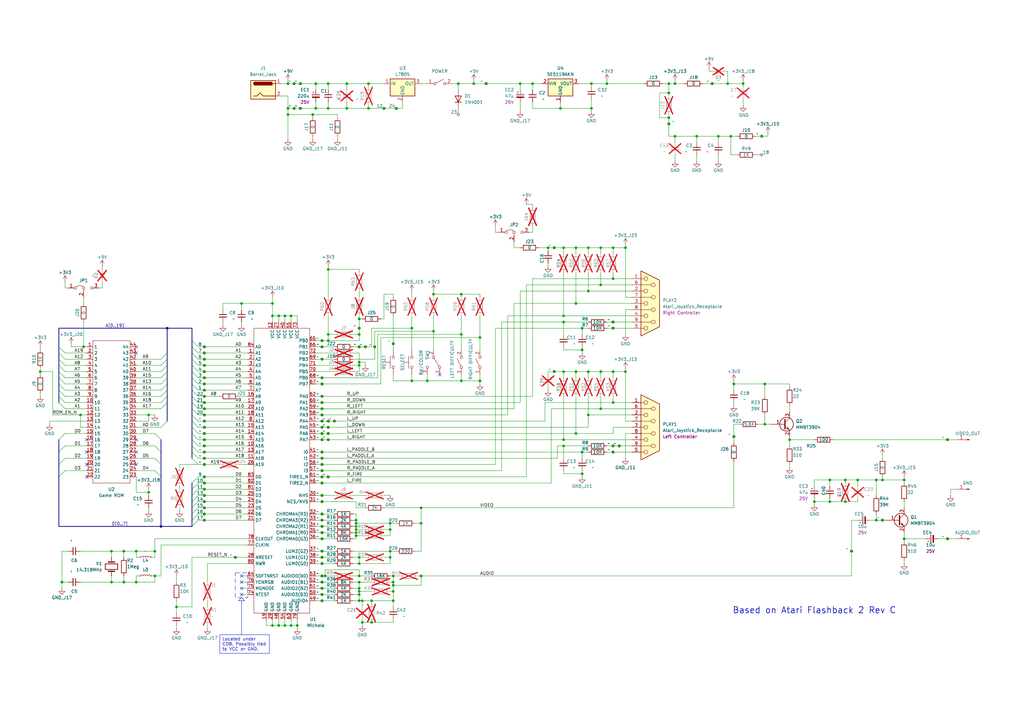
<source format=kicad_sch>
(kicad_sch (version 20231120) (generator "eeschema") (generator_version "8.0")
  (paper "A3")
  (title_block (title "Atari Flashback 2 Reverse Engineered") (date "2024-06-09") (rev "0"))
  (lib_symbols
    (symbol "Connector:Barrel_Jack" (pin_names (offset 1.016))
      (property "Reference" "J" (at 0 5.334 0))
      (property "Value" "Barrel_Jack" (at 0 -5.08 0))
      (symbol "Barrel_Jack_1_1"
        (pin passive line (at 7.62 2.54 180) (length 2.54) (name "~") (number "1"))
        (pin passive line (at 7.62 -2.54 180) (length 2.54) (name "~") (number "2"))
      )
    )
    (symbol "Connector:Conn_01x01_Pin" (pin_names (offset 1.016) hide)
      (property "Reference" "J" (at 0 2.54 0))
      (property "Value" "Conn_01x01_Pin" (at 0 -2.54 0))
      (symbol "Conn_01x01_Pin_1_1"
        (pin passive line (at 5.08 0 180) (length 3.81) (name "Pin_1") (number "1"))
      )
    )
    (symbol "Connector:DE9_Receptacle" (pin_names (offset 1.016) hide)
      (property "Reference" "J" (at 0 13.97 0))
      (property "Value" "DE9_Receptacle" (at 0 -14.605 0))
      (symbol "DE9_Receptacle_1_1"
        (pin passive line (at -7.62 10.16 0) (length 3.81) (name "1") (number "1"))
        (pin passive line (at -7.62 5.08 0) (length 3.81) (name "2") (number "2"))
        (pin passive line (at -7.62 0 0) (length 3.81) (name "3") (number "3"))
        (pin passive line (at -7.62 -5.08 0) (length 3.81) (name "4") (number "4"))
        (pin passive line (at -7.62 -10.16 0) (length 3.81) (name "5") (number "5"))
        (pin passive line (at -7.62 7.62 0) (length 3.81) (name "6") (number "6"))
        (pin passive line (at -7.62 2.54 0) (length 3.81) (name "7") (number "7"))
        (pin passive line (at -7.62 -2.54 0) (length 3.81) (name "8") (number "8"))
        (pin passive line (at -7.62 -7.62 0) (length 3.81) (name "9") (number "9"))
      )
    )
    (symbol "Connector:TestPoint_Small" (pin_numbers hide) (pin_names (offset 0.762) hide)
      (property "Reference" "TP" (at 0 3.81 0))
      (property "Value" "TestPoint_Small" (at 0 2.032 0))
      (symbol "TestPoint_Small_1_1"
        (pin passive line (at 0 0 90) (length 0) (name "1") (number "1"))
      )
    )
    (symbol "Device:C_Polarized_Small" (pin_numbers hide) (pin_names (offset 0.254) hide)
      (property "Reference" "C" (at 0.254 1.778 0))
      (property "Value" "C_Polarized_Small" (at 0.254 -2.032 0))
      (symbol "C_Polarized_Small_1_1"
        (pin passive line (at 0 2.54 270) (length 1.8542) (name "~") (number "1"))
        (pin passive line (at 0 -2.54 90) (length 1.8542) (name "~") (number "2"))
      )
    )
    (symbol "Device:C_Small" (pin_numbers hide) (pin_names (offset 0.254) hide)
      (property "Reference" "C" (at 0.254 1.778 0))
      (property "Value" "C_Small" (at 0.254 -2.032 0))
      (symbol "C_Small_1_1"
        (pin passive line (at 0 2.54 270) (length 2.032) (name "~") (number "1"))
        (pin passive line (at 0 -2.54 90) (length 2.032) (name "~") (number "2"))
      )
    )
    (symbol "Device:Crystal" (pin_numbers hide) (pin_names (offset 1.016) hide)
      (property "Reference" "Y" (at 0 3.81 0))
      (property "Value" "Crystal" (at 0 -3.81 0))
      (symbol "Crystal_1_1"
        (pin passive line (at -3.81 0 0) (length 1.27) (name "1") (number "1"))
        (pin passive line (at 3.81 0 180) (length 1.27) (name "2") (number "2"))
      )
    )
    (symbol "Device:D_Small" (pin_numbers hide) (pin_names (offset 0.254) hide)
      (property "Reference" "D" (at -1.27 2.032 0))
      (property "Value" "D_Small" (at -3.81 -2.032 0))
      (symbol "D_Small_1_1"
        (pin passive line (at -2.54 0 0) (length 1.778) (name "K") (number "1"))
        (pin passive line (at 2.54 0 180) (length 1.778) (name "A") (number "2"))
      )
    )
    (symbol "Device:L_Small" (pin_numbers hide) (pin_names (offset 0.254) hide)
      (property "Reference" "L" (at 0.762 1.016 0))
      (property "Value" "L_Small" (at 0.762 -1.016 0))
      (symbol "L_Small_1_1"
        (pin passive line (at 0 2.54 270) (length 0.508) (name "~") (number "1"))
        (pin passive line (at 0 -2.54 90) (length 0.508) (name "~") (number "2"))
      )
    )
    (symbol "Device:R" (pin_numbers hide) (pin_names (offset 0))
      (property "Reference" "R" (at 2.032 0 90))
      (property "Value" "R" (at 0 0 90))
      (symbol "R_1_1"
        (pin passive line (at 0 3.81 270) (length 1.27) (name "~") (number "1"))
        (pin passive line (at 0 -3.81 90) (length 1.27) (name "~") (number "2"))
      )
    )
    (symbol "Diode:1N4001" (pin_numbers hide) (pin_names hide)
      (property "Reference" "D" (at 0 2.54 0))
      (property "Value" "1N4001" (at 0 -2.54 0))
      (symbol "1N4001_1_1"
        (pin passive line (at -3.81 0 0) (length 2.54) (name "K") (number "1"))
        (pin passive line (at 3.81 0 180) (length 2.54) (name "A") (number "2"))
      )
    )
    (symbol "Jumper:Jumper_3_Bridged12" (pin_names (offset 0) hide) (exclude_from_sim yes) (in_bom no)
      (property "Reference" "JP" (at -2.54 -2.54 0))
      (property "Value" "Jumper_3_Bridged12" (at 0 2.794 0))
      (symbol "Jumper_3_Bridged12_1_1"
        (pin passive line (at -6.35 0 0) (length 2.54) (name "A") (number "1"))
        (pin passive line (at 0 -3.81 90) (length 2.54) (name "C") (number "2"))
        (pin passive line (at 6.35 0 180) (length 2.54) (name "B") (number "3"))
      )
    )
    (symbol "Regulator_Linear:AP2204RA-3.3" (pin_names (offset 0.254))
      (property "Reference" "U" (at -5.08 3.175 0))
      (property "Value" "AP2204RA-3.3" (at 0 3.175 0))
      (symbol "AP2204RA-3.3_1_1"
        (pin power_in line (at 0 -7.62 90) (length 2.54) (name "GND") (number "1"))
        (pin power_in line (at -7.62 0 0) (length 2.54) (name "VIN") (number "2"))
        (pin power_out line (at 7.62 0 180) (length 2.54) (name "VOUT") (number "3"))
      )
    )
    (symbol "Regulator_Linear:L7805" (pin_names (offset 0.254))
      (property "Reference" "U" (at -3.81 3.175 0))
      (property "Value" "L7805" (at 0 3.175 0))
      (symbol "L7805_1_1"
        (pin power_in line (at -7.62 0 0) (length 2.54) (name "IN") (number "1"))
        (pin power_in line (at 0 -7.62 90) (length 2.54) (name "GND") (number "2"))
        (pin power_out line (at 7.62 0 180) (length 2.54) (name "OUT") (number "3"))
      )
    )
    (symbol "Switch:SW_Push" (pin_numbers hide) (pin_names (offset 1.016) hide)
      (property "Reference" "SW" (at 1.27 2.54 0))
      (property "Value" "SW_Push" (at 0 -1.524 0))
      (symbol "SW_Push_0_1"
        (pin passive line (at -5.08 0 0) (length 2.54) (name "1") (number "1"))
        (pin passive line (at 5.08 0 180) (length 2.54) (name "2") (number "2"))
      )
    )
    (symbol "Switch:SW_SPDT" (pin_names (offset 0) hide)
      (property "Reference" "SW" (at 0 4.318 0))
      (property "Value" "SW_SPDT" (at 0 -5.08 0))
      (symbol "SW_SPDT_1_1"
        (pin passive line (at 5.08 2.54 180) (length 2.54) (name "A") (number "1"))
        (pin passive line (at -5.08 0 0) (length 2.54) (name "B") (number "2"))
        (pin passive line (at 5.08 -2.54 180) (length 2.54) (name "C") (number "3"))
      )
    )
    (symbol "Switch:SW_SPST" (pin_names (offset 0) hide)
      (property "Reference" "SW" (at 0 3.175 0))
      (property "Value" "SW_SPST" (at 0 -2.54 0))
      (symbol "SW_SPST_1_1"
        (pin passive line (at -5.08 0 0) (length 2.54) (name "A") (number "1"))
        (pin passive line (at 5.08 0 180) (length 2.54) (name "B") (number "2"))
      )
    )
    (symbol "Transistor_BJT:MMBT3904" (pin_names (offset 0) hide)
      (property "Reference" "Q" (at 5.08 1.905 0))
      (property "Value" "MMBT3904" (at 5.08 0 0))
      (symbol "MMBT3904_1_1"
        (pin input line (at -5.08 0 0) (length 5.715) (name "B") (number "1"))
        (pin passive line (at 2.54 -5.08 90) (length 2.54) (name "E") (number "2"))
        (pin passive line (at 2.54 5.08 270) (length 2.54) (name "C") (number "3"))
      )
    )
    (symbol "fb2:Game_ROM"
      (property "Reference" "U" (at 0 -2.54 0))
      (symbol "Game_ROM_1_1"
        (pin unspecified line (at -10.16 55.88 0) (length 2.54) (name "1") (number "1"))
        (pin unspecified line (at -10.16 33.02 0) (length 2.54) (name "10") (number "10"))
        (pin unspecified line (at -10.16 30.48 0) (length 2.54) (name "11") (number "11"))
        (pin unspecified line (at -10.16 27.94 0) (length 2.54) (name "12") (number "12"))
        (pin unspecified line (at -10.16 25.4 0) (length 2.54) (name "13") (number "13"))
        (pin unspecified line (at -10.16 22.86 0) (length 2.54) (name "14") (number "14"))
        (pin unspecified line (at -10.16 20.32 0) (length 2.54) (name "15") (number "15"))
        (pin unspecified line (at -10.16 17.78 0) (length 2.54) (name "16") (number "16"))
        (pin unspecified line (at -10.16 15.24 0) (length 2.54) (name "17") (number "17"))
        (pin unspecified line (at -10.16 12.7 0) (length 2.54) (name "18") (number "18"))
        (pin unspecified line (at -10.16 10.16 0) (length 2.54) (name "19") (number "19"))
        (pin unspecified line (at -10.16 53.34 0) (length 2.54) (name "2") (number "2"))
        (pin unspecified line (at -10.16 7.62 0) (length 2.54) (name "20") (number "20"))
        (pin unspecified line (at -10.16 5.08 0) (length 2.54) (name "21") (number "21"))
        (pin unspecified line (at -10.16 2.54 0) (length 2.54) (name "22") (number "22"))
        (pin unspecified line (at 10.16 2.54 180) (length 2.54) (name "23") (number "23"))
        (pin unspecified line (at 10.16 5.08 180) (length 2.54) (name "24") (number "24"))
        (pin unspecified line (at 10.16 7.62 180) (length 2.54) (name "25") (number "25"))
        (pin unspecified line (at 10.16 10.16 180) (length 2.54) (name "26") (number "26"))
        (pin unspecified line (at 10.16 12.7 180) (length 2.54) (name "27") (number "27"))
        (pin unspecified line (at 10.16 15.24 180) (length 2.54) (name "28") (number "28"))
        (pin unspecified line (at 10.16 17.78 180) (length 2.54) (name "29") (number "29"))
        (pin unspecified line (at -10.16 50.8 0) (length 2.54) (name "3") (number "3"))
        (pin unspecified line (at 10.16 20.32 180) (length 2.54) (name "30") (number "30"))
        (pin unspecified line (at 10.16 22.86 180) (length 2.54) (name "31") (number "31"))
        (pin unspecified line (at 10.16 25.4 180) (length 2.54) (name "32") (number "32"))
        (pin unspecified line (at 10.16 27.94 180) (length 2.54) (name "33") (number "33"))
        (pin unspecified line (at 10.16 30.48 180) (length 2.54) (name "34") (number "34"))
        (pin unspecified line (at 10.16 33.02 180) (length 2.54) (name "35") (number "35"))
        (pin unspecified line (at 10.16 35.56 180) (length 2.54) (name "36") (number "36"))
        (pin unspecified line (at 10.16 38.1 180) (length 2.54) (name "37") (number "37"))
        (pin unspecified line (at 10.16 40.64 180) (length 2.54) (name "38") (number "38"))
        (pin unspecified line (at 10.16 43.18 180) (length 2.54) (name "39") (number "39"))
        (pin unspecified line (at -10.16 48.26 0) (length 2.54) (name "4") (number "4"))
        (pin unspecified line (at 10.16 45.72 180) (length 2.54) (name "40") (number "40"))
        (pin unspecified line (at 10.16 48.26 180) (length 2.54) (name "41") (number "41"))
        (pin unspecified line (at 10.16 50.8 180) (length 2.54) (name "42") (number "42"))
        (pin unspecified line (at 10.16 53.34 180) (length 2.54) (name "43") (number "43"))
        (pin unspecified line (at 10.16 55.88 180) (length 2.54) (name "44") (number "44"))
        (pin unspecified line (at -10.16 45.72 0) (length 2.54) (name "5") (number "5"))
        (pin unspecified line (at -10.16 43.18 0) (length 2.54) (name "6") (number "6"))
        (pin unspecified line (at -10.16 40.64 0) (length 2.54) (name "7") (number "7"))
        (pin unspecified line (at -10.16 38.1 0) (length 2.54) (name "8") (number "8"))
        (pin unspecified line (at -10.16 35.56 0) (length 2.54) (name "9") (number "9"))
      )
    )
    (symbol "fb2:Michele"
      (property "Reference" "U" (at 12.7 -5.08 0))
      (symbol "Michele_1_1"
        (pin output line (at -12.7 104.14 0) (length 2.54) (name "A1") (number "1"))
        (pin output line (at -12.7 66.04 0) (length 2.54) (name "A16") (number "10"))
        (pin output line (at -12.7 60.96 0) (length 2.54) (name "A18") (number "11"))
        (pin power_in line (at -2.54 116.84 270) (length 2.54) (name "VCC") (number "12"))
        (pin output line (at -12.7 63.5 0) (length 2.54) (name "A17") (number "13"))
        (pin output line (at -12.7 71.12 0) (length 2.54) (name "A14") (number "14"))
        (pin output line (at -12.7 73.66 0) (length 2.54) (name "A13") (number "15"))
        (pin output line (at -12.7 86.36 0) (length 2.54) (name "A8") (number "16"))
        (pin output line (at -12.7 83.82 0) (length 2.54) (name "A9") (number "17"))
        (pin output line (at -12.7 78.74 0) (length 2.54) (name "A11") (number "18"))
        (pin power_in line (at -5.08 -5.08 90) (length 2.54) (name "GND") (number "19"))
        (pin output line (at -12.7 101.6 0) (length 2.54) (name "A2") (number "2"))
        (pin output line (at -12.7 81.28 0) (length 2.54) (name "A10") (number "20"))
        (pin input line (at -12.7 35.56 0) (length 2.54) (name "D7") (number "21"))
        (pin input line (at -12.7 38.1 0) (length 2.54) (name "D6") (number "22"))
        (pin input line (at -12.7 40.64 0) (length 2.54) (name "D5") (number "23"))
        (pin input line (at -12.7 43.18 0) (length 2.54) (name "D4") (number "24"))
        (pin input line (at -12.7 45.72 0) (length 2.54) (name "D3") (number "25"))
        (pin output line (at -12.7 58.42 0) (length 2.54) (name "A19") (number "26"))
        (pin power_in line (at 0 116.84 270) (length 2.54) (name "VCC") (number "27"))
        (pin input line (at -12.7 20.32 0) (length 2.54) (name "NRESET") (number "28"))
        (pin power_in line (at -2.54 -5.08 90) (length 2.54) (name "GND") (number "29"))
        (pin output line (at -12.7 99.06 0) (length 2.54) (name "A3") (number "3"))
        (pin output line (at 15.24 45.72 180) (length 2.54) (name "NHS") (number "30"))
        (pin output line (at 15.24 43.18 180) (length 2.54) (name "NCS/NVS") (number "31"))
        (pin output line (at 15.24 38.1 180) (length 2.54) (name "CHROMA4(R3)") (number "32"))
        (pin output line (at 15.24 35.56 180) (length 2.54) (name "CHROMA3(R2)") (number "33"))
        (pin output line (at 15.24 33.02 180) (length 2.54) (name "CHROMA2(R1)") (number "34"))
        (pin output line (at 15.24 30.48 180) (length 2.54) (name "CHROMA1(R0)") (number "35"))
        (pin output line (at 15.24 27.94 180) (length 2.54) (name "CHROMA0(G3)") (number "36"))
        (pin output line (at 15.24 22.86 180) (length 2.54) (name "LUM2(G2)") (number "37"))
        (pin output line (at 15.24 20.32 180) (length 2.54) (name "LUM1(G1)") (number "38"))
        (pin output line (at 15.24 17.78 180) (length 2.54) (name "LUM0(G0)") (number "39"))
        (pin output line (at -12.7 96.52 0) (length 2.54) (name "A4") (number "4"))
        (pin power_in line (at 2.54 116.84 270) (length 2.54) (name "VCC") (number "40"))
        (pin bidirectional line (at 15.24 63.5 180) (length 2.54) (name "I0") (number "41"))
        (pin bidirectional line (at 15.24 60.96 180) (length 2.54) (name "I1") (number "42"))
        (pin bidirectional line (at 15.24 68.58 180) (length 2.54) (name "PA7") (number "43"))
        (pin bidirectional line (at 15.24 71.12 180) (length 2.54) (name "PA6") (number "44"))
        (pin bidirectional line (at 15.24 73.66 180) (length 2.54) (name "PA5") (number "45"))
        (pin input line (at 15.24 50.8 180) (length 2.54) (name "FIRE2_N") (number "46"))
        (pin bidirectional line (at 15.24 76.2 180) (length 2.54) (name "PA4") (number "47"))
        (pin power_in line (at 0 -5.08 90) (length 2.54) (name "GND") (number "48"))
        (pin output line (at 15.24 2.54 180) (length 2.54) (name "AUDIO4") (number "49"))
        (pin output line (at -12.7 93.98 0) (length 2.54) (name "A5") (number "5"))
        (pin output line (at 15.24 5.08 180) (length 2.54) (name "AUDIO3(B3)") (number "50"))
        (pin output line (at 15.24 7.62 180) (length 2.54) (name "AUDIO2(B2)") (number "51"))
        (pin output line (at 15.24 10.16 180) (length 2.54) (name "AUDIO1(B1)") (number "52"))
        (pin output line (at 15.24 12.7 180) (length 2.54) (name "AUDIO0(B0)") (number "53"))
        (pin power_in line (at 2.54 -5.08 90) (length 2.54) (name "GND") (number "54"))
        (pin power_in line (at 5.08 116.84 270) (length 2.54) (name "VCC") (number "55"))
        (pin bidirectional line (at 15.24 58.42 180) (length 2.54) (name "I2") (number "56"))
        (pin bidirectional line (at 15.24 55.88 180) (length 2.54) (name "I3") (number "57"))
        (pin bidirectional line (at 15.24 78.74 180) (length 2.54) (name "PA3") (number "58"))
        (pin bidirectional line (at 15.24 81.28 180) (length 2.54) (name "PA2") (number "59"))
        (pin output line (at -12.7 91.44 0) (length 2.54) (name "A6") (number "6"))
        (pin bidirectional line (at 15.24 83.82 180) (length 2.54) (name "PA1") (number "60"))
        (pin input line (at 15.24 53.34 180) (length 2.54) (name "FIRE1_N") (number "61"))
        (pin bidirectional line (at 15.24 86.36 180) (length 2.54) (name "PA0") (number "62"))
        (pin power_in line (at 5.08 -5.08 90) (length 2.54) (name "GND") (number "63"))
        (pin unspecified line (at -12.7 12.7 0) (length 2.54) (name "SOFTNRST") (number "64"))
        (pin bidirectional line (at 15.24 109.22 180) (length 2.54) (name "PB0") (number "65"))
        (pin bidirectional line (at 15.24 106.68 180) (length 2.54) (name "PB1") (number "66"))
        (pin bidirectional line (at 15.24 91.44 180) (length 2.54) (name "PB7") (number "67"))
        (pin bidirectional line (at 15.24 93.98 180) (length 2.54) (name "PB6") (number "68"))
        (pin bidirectional line (at 15.24 101.6 180) (length 2.54) (name "PB3") (number "69"))
        (pin output line (at -12.7 88.9 0) (length 2.54) (name "A7") (number "7"))
        (pin bidirectional line (at 15.24 96.52 180) (length 2.54) (name "PB5") (number "70"))
        (pin bidirectional line (at 15.24 99.06 180) (length 2.54) (name "PB4") (number "71"))
        (pin bidirectional line (at 15.24 104.14 180) (length 2.54) (name "PB2") (number "72"))
        (pin power_in line (at 7.62 116.84 270) (length 2.54) (name "VCC") (number "73"))
        (pin unspecified line (at -12.7 5.08 0) (length 2.54) (name "NTEST") (number "74"))
        (pin unspecified line (at -12.7 7.62 0) (length 2.54) (name "MGNODE") (number "75"))
        (pin unspecified line (at -12.7 10.16 0) (length 2.54) (name "YCNRGB") (number "76"))
        (pin input line (at -12.7 25.4 0) (length 2.54) (name "CLKIN") (number "77"))
        (pin output line (at -12.7 27.94 0) (length 2.54) (name "CLKOUT") (number "78"))
        (pin power_in line (at 7.62 -5.08 90) (length 2.54) (name "GND") (number "79"))
        (pin output line (at -12.7 76.2 0) (length 2.54) (name "A12") (number "8"))
        (pin unspecified line (at -12.7 17.78 0) (length 2.54) (name "NWR") (number "80"))
        (pin input line (at -12.7 48.26 0) (length 2.54) (name "D2") (number "81"))
        (pin input line (at -12.7 50.8 0) (length 2.54) (name "D1") (number "82"))
        (pin input line (at -12.7 53.34 0) (length 2.54) (name "D0") (number "83"))
        (pin output line (at -12.7 106.68 0) (length 2.54) (name "A0") (number "84"))
        (pin output line (at -12.7 68.58 0) (length 2.54) (name "A15") (number "9"))
      )
    )
    (symbol "power:+3V3" (power) (pin_names (offset 0))
      (property "Value" "+3V3" (at 0 3.556 0))
      (symbol "+3V3_1_1"
        (pin power_in line (at 0 0 90) (length 0) hide (name "+3V3") (number "1"))
      )
    )
    (symbol "power:+5V" (power) (pin_names (offset 0))
      (property "Value" "+5V" (at 0 3.556 0))
      (symbol "+5V_1_1"
        (pin power_in line (at 0 0 90) (length 0) hide (name "+5V") (number "1"))
      )
    )
    (symbol "power:+9V" (power) (pin_names (offset 0))
      (property "Value" "+9V" (at 0 3.556 0))
      (symbol "+9V_1_1"
        (pin power_in line (at 0 0 90) (length 0) hide (name "+9V") (number "1"))
      )
    )
    (symbol "power:GND" (power) (pin_names (offset 0))
      (property "Value" "GND" (at 0 -3.81 0))
      (symbol "GND_1_1"
        (pin power_in line (at 0 0 270) (length 0) hide (name "GND") (number "1"))
      )
    )
  )
  (junction (at 132.08 218.44))
  (junction (at 137.16 172.72))
  (junction (at 83.82 177.8))
  (junction (at 172.72 208.28))
  (junction (at 359.41 196.85))
  (junction (at 274.32 48.26))
  (junction (at 246.38 167.64))
  (junction (at 83.82 152.4))
  (junction (at 83.82 200.66))
  (junction (at 172.72 214.63))
  (junction (at 83.82 172.72))
  (junction (at 256.54 101.6))
  (junction (at 129.54 34.29))
  (junction (at 133.35 236.22))
  (junction (at 189.23 156.21))
  (junction (at 147.32 137.16))
  (junction (at 236.22 101.6))
  (junction (at 132.08 238.76))
  (junction (at 83.82 165.1))
  (junction (at 313.69 157.48))
  (junction (at 238.76 185.42))
  (junction (at 146.05 218.44))
  (junction (at 134.62 177.8))
  (junction (at 147.32 149.86))
  (junction (at 83.82 190.5))
  (junction (at 189.23 137.16))
  (junction (at 187.96 34.29))
  (junction (at 123.19 34.29))
  (junction (at 83.82 210.82))
  (junction (at 132.08 246.38))
  (junction (at 151.13 44.45))
  (junction (at 218.44 34.29))
  (junction (at 120.65 34.29))
  (junction (at 132.08 198.12))
  (junction (at 132.08 172.72))
  (junction (at 45.72 226.06))
  (junction (at 161.29 246.38))
  (junction (at 147.32 241.3))
  (junction (at 146.05 219.71))
  (junction (at 300.99 157.48))
  (junction (at 251.4741 182.88))
  (junction (at 370.84 196.85))
  (junction (at 132.08 147.32))
  (junction (at 147.32 130.81))
  (junction (at 132.08 195.58))
  (junction (at 132.08 190.5))
  (junction (at 111.76 124.46))
  (junction (at 194.31 34.29))
  (junction (at 254 182.88))
  (junction (at 299.72 55.88))
  (junction (at 274.32 34.29))
  (junction (at 227.33 152.4))
  (junction (at 83.82 213.36))
  (junction (at 83.82 147.32))
  (junction (at 142.24 34.29))
  (junction (at 132.08 142.24))
  (junction (at 161.29 140.97))
  (junction (at 246.38 101.6))
  (junction (at 132.08 205.74))
  (junction (at 16.51 152.4))
  (junction (at 147.32 236.22))
  (junction (at 83.82 160.02))
  (junction (at 132.08 187.96))
  (junction (at 132.08 203.2))
  (junction (at 256.54 152.4))
  (junction (at 160.02 228.6))
  (junction (at 161.29 242.57))
  (junction (at 231.14 132.08))
  (junction (at 132.08 167.64))
  (junction (at 134.62 34.29))
  (junction (at 274.32 38.1))
  (junction (at 134.62 44.45))
  (junction (at 147.32 238.76))
  (junction (at 132.08 157.48))
  (junction (at 236.22 177.8))
  (junction (at 132.08 139.7))
  (junction (at 134.68 172.72))
  (junction (at 340.36 196.85))
  (junction (at 370.84 220.98))
  (junction (at 132.08 165.1))
  (junction (at 300.99 179.07))
  (junction (at 196.85 156.21))
  (junction (at 83.82 198.12))
  (junction (at 312.42 55.88))
  (junction (at 361.95 213.36))
  (junction (at 231.14 101.6))
  (junction (at 132.08 210.82))
  (junction (at 132.08 170.18))
  (junction (at 132.08 231.14))
  (junction (at 83.82 203.2))
  (junction (at 175.26 156.21))
  (junction (at 346.71 205.74))
  (junction (at 147.32 246.38))
  (junction (at 334.01 205.74))
  (junction (at 83.82 187.96))
  (junction (at 224.79 101.6))
  (junction (at 152.4 255.27))
  (junction (at 83.82 195.58))
  (junction (at 251.46 114.3))
  (junction (at 160.02 226.06))
  (junction (at 132.08 185.42))
  (junction (at 346.71 196.85))
  (junction (at 25.4 238.76))
  (junction (at 227.33 101.6))
  (junction (at 34.29 142.24))
  (junction (at 129.54 44.45))
  (junction (at 83.82 142.24))
  (junction (at 285.75 55.88))
  (junction (at 349.25 226.06))
  (junction (at 132.08 213.36))
  (junction (at 231.14 129.54))
  (junction (at 132.08 243.84))
  (junction (at 111.76 256.54))
  (junction (at 388.62 220.98))
  (junction (at 148.59 255.27))
  (junction (at 132.08 193.04))
  (junction (at 168.91 134.62))
  (junction (at 83.82 180.34))
  (junction (at 304.8 34.29))
  (junction (at 177.8 135.89))
  (junction (at 72.39 248.92))
  (junction (at 251.46 134.62))
  (junction (at 340.36 205.74))
  (junction (at 242.57 34.29))
  (junction (at 246.38 116.84))
  (junction (at 121.92 256.54))
  (junction (at 146.05 215.9))
  (junction (at 132.08 154.94))
  (junction (at 162.56 44.45))
  (junction (at 123.19 44.45))
  (junction (at 83.82 175.26))
  (junction (at 251.46 185.42))
  (junction (at 68.58 134.62))
  (junction (at 172.72 236.22))
  (junction (at 114.3 256.54))
  (junction (at 161.29 240.03))
  (junction (at 50.8 238.76))
  (junction (at 251.46 152.4))
  (junction (at 118.11 46.99))
  (junction (at 351.79 196.85))
  (junction (at 147.32 242.57))
  (junction (at 132.08 162.56))
  (junction (at 213.36 34.29))
  (junction (at 132.08 177.8))
  (junction (at 251.46 132.08))
  (junction (at 238.76 143.51))
  (junction (at 83.82 157.48))
  (junction (at 63.5 236.22))
  (junction (at 168.91 156.21))
  (junction (at 236.22 124.46))
  (junction (at 388.62 180.34))
  (junction (at 160.02 217.17))
  (junction (at 142.24 44.45))
  (junction (at 83.82 185.42))
  (junction (at 298.45 34.29))
  (junction (at 238.76 194.31))
  (junction (at 132.08 215.9))
  (junction (at 146.05 213.36))
  (junction (at 132.08 175.26))
  (junction (at 241.3 101.6))
  (junction (at 116.84 256.54))
  (junction (at 66.04 215.9))
  (junction (at 251.46 101.6))
  (junction (at 146.05 217.17))
  (junction (at 134.62 195.58))
  (junction (at 148.59 246.38))
  (junction (at 241.3 119.38))
  (junction (at 116.84 129.54))
  (junction (at 276.86 34.29))
  (junction (at 111.76 129.54))
  (junction (at 83.82 208.28))
  (junction (at 132.08 236.22))
  (junction (at 276.86 55.88))
  (junction (at 119.38 256.54))
  (junction (at 45.72 238.76))
  (junction (at 63.5 226.06))
  (junction (at 231.14 182.88))
  (junction (at 119.38 129.54))
  (junction (at 241.3 152.4))
  (junction (at 274.32 50.8))
  (junction (at 134.62 175.26))
  (junction (at 99.06 124.46))
  (junction (at 132.08 226.06))
  (junction (at 189.23 120.65))
  (junction (at 292.1 34.29))
  (junction (at 153.67 142.24))
  (junction (at 236.22 152.4))
  (junction (at 160.02 214.63))
  (junction (at 196.85 138.43))
  (junction (at 147.32 228.6))
  (junction (at 251.46 165.1))
  (junction (at 323.85 180.34))
  (junction (at 120.65 44.45))
  (junction (at 134.62 139.7))
  (junction (at 134.62 180.34))
  (junction (at 241.3 170.18))
  (junction (at 132.08 241.3))
  (junction (at 361.95 196.85))
  (junction (at 134.62 137.16))
  (junction (at 60.96 201.93))
  (junction (at 246.38 152.4))
  (junction (at 83.82 167.64))
  (junction (at 146.05 214.63))
  (junction (at 147.32 148.59))
  (junction (at 118.11 34.29))
  (junction (at 55.88 238.76))
  (junction (at 147.32 231.14))
  (junction (at 242.57 44.45))
  (junction (at 132.08 180.34))
  (junction (at 83.82 205.74))
  (junction (at 132.08 228.6))
  (junction (at 199.39 34.29))
  (junction (at 128.27 46.99))
  (junction (at 231.14 180.34))
  (junction (at 50.8 226.06))
  (junction (at 229.87 44.45))
  (junction (at 238.76 134.62))
  (junction (at 147.32 142.24))
  (junction (at 161.29 238.76))
  (junction (at 114.3 129.54))
  (junction (at 313.69 173.99))
  (junction (at 83.82 162.56))
  (junction (at 96.52 228.6))
  (junction (at 152.4 246.38))
  (junction (at 134.62 110.49))
  (junction (at 83.82 144.78))
  (junction (at 147.32 243.84))
  (junction (at 132.08 220.98))
  (junction (at 161.29 236.22))
  (junction (at 231.14 152.4))
  (junction (at 294.64 55.88))
  (junction (at 177.8 120.65))
  (junction (at 149.86 142.24))
  (junction (at 33.02 170.18))
  (junction (at 157.48 44.45))
  (junction (at 83.82 149.86))
  (junction (at 60.96 170.18))
  (junction (at 83.82 182.88))
  (junction (at 151.13 34.29))
  (junction (at 248.92 34.29))
  (junction (at 147.32 134.62))
  (junction (at 55.88 226.06))
  (junction (at 83.82 170.18))
  (junction (at 118.11 44.45))
  (junction (at 83.82 154.94))
  (junction (at 359.41 213.36))
  (no_connect (at 35.56 190.5))
  (no_connect (at 99.06 241.3))
  (no_connect (at 99.06 238.76))
  (no_connect (at 35.56 180.34))
  (no_connect (at 99.06 243.84))
  (no_connect (at 55.88 142.24))
  (no_connect (at 55.88 180.34))
  (no_connect (at 55.88 185.42))
  (no_connect (at 99.06 236.22))
  (no_connect (at 55.88 144.78))
  (no_connect (at 35.56 195.58))
  (no_connect (at 55.88 190.5))
  (no_connect (at 35.56 185.42))
  (no_connect (at 180.34 153.67))
  (bus_entry (at 78.74 182.88) (size 2.54 2.54))
  (bus_entry (at 26.67 187.96) (size -2.54 2.54))
  (bus_entry (at 81.28 205.74) (size -2.54 2.54))
  (bus_entry (at 78.74 175.26) (size 2.54 2.54))
  (bus_entry (at 24.13 147.32) (size 2.54 2.54))
  (bus_entry (at 68.58 152.4) (size -2.54 2.54))
  (bus_entry (at 78.74 152.4) (size 2.54 2.54))
  (bus_entry (at 63.5 182.88) (size 2.54 2.54))
  (bus_entry (at 81.28 210.82) (size -2.54 2.54))
  (bus_entry (at 24.13 152.4) (size 2.54 2.54))
  (bus_entry (at 78.74 142.24) (size 2.54 2.54))
  (bus_entry (at 24.13 162.56) (size 2.54 2.54))
  (bus_entry (at 63.5 193.04) (size 2.54 2.54))
  (bus_entry (at 24.13 149.86) (size 2.54 2.54))
  (bus_entry (at 78.74 180.34) (size 2.54 2.54))
  (bus_entry (at 81.28 213.36) (size -2.54 2.54))
  (bus_entry (at 24.13 142.24) (size 2.54 2.54))
  (bus_entry (at 78.74 139.7) (size 2.54 2.54))
  (bus_entry (at 68.58 147.32) (size -2.54 2.54))
  (bus_entry (at 78.74 167.64) (size 2.54 2.54))
  (bus_entry (at 81.28 198.12) (size -2.54 2.54))
  (bus_entry (at 68.58 149.86) (size -2.54 2.54))
  (bus_entry (at 78.74 177.8) (size 2.54 2.54))
  (bus_entry (at 78.74 165.1) (size 2.54 2.54))
  (bus_entry (at 81.28 200.66) (size -2.54 2.54))
  (bus_entry (at 78.74 172.72) (size 2.54 2.54))
  (bus_entry (at 78.74 147.32) (size 2.54 2.54))
  (bus_entry (at 78.74 149.86) (size 2.54 2.54))
  (bus_entry (at 68.58 162.56) (size -2.54 2.54))
  (bus_entry (at 26.67 182.88) (size -2.54 2.54))
  (bus_entry (at 68.58 172.72) (size -2.54 2.54))
  (bus_entry (at 24.13 157.48) (size 2.54 2.54))
  (bus_entry (at 78.74 154.94) (size 2.54 2.54))
  (bus_entry (at 81.28 195.58) (size -2.54 2.54))
  (bus_entry (at 24.13 154.94) (size 2.54 2.54))
  (bus_entry (at 78.74 144.78) (size 2.54 2.54))
  (bus_entry (at 78.74 160.02) (size 2.54 2.54))
  (bus_entry (at 24.13 160.02) (size 2.54 2.54))
  (bus_entry (at 26.67 193.04) (size -2.54 2.54))
  (bus_entry (at 63.5 177.8) (size 2.54 2.54))
  (bus_entry (at 26.67 177.8) (size -2.54 2.54))
  (bus_entry (at 81.28 208.28) (size -2.54 2.54))
  (bus_entry (at 78.74 185.42) (size 2.54 2.54))
  (bus_entry (at 68.58 144.78) (size -2.54 2.54))
  (bus_entry (at 78.74 170.18) (size 2.54 2.54))
  (bus_entry (at 78.74 187.96) (size 2.54 2.54))
  (bus_entry (at 68.58 154.94) (size -2.54 2.54))
  (bus_entry (at 63.5 187.96) (size 2.54 2.54))
  (bus_entry (at 78.74 162.56) (size 2.54 2.54))
  (bus_entry (at 24.13 165.1) (size 2.54 2.54))
  (bus_entry (at 68.58 165.1) (size -2.54 2.54))
  (bus_entry (at 78.74 157.48) (size 2.54 2.54))
  (bus_entry (at 24.13 144.78) (size 2.54 2.54))
  (bus_entry (at 68.58 157.48) (size -2.54 2.54))
  (bus_entry (at 81.28 203.2) (size -2.54 2.54))
  (bus_entry (at 68.58 160.02) (size -2.54 2.54))
  (wire (pts (xy 81.28 149.86) (xy 83.82 149.86)))
  (wire (pts (xy 370.84 205.74) (xy 370.84 208.28)))
  (wire (pts (xy 129.54 165.1) (xy 132.08 165.1)))
  (wire (pts (xy 132.08 236.22) (xy 133.35 236.22)))
  (wire (pts (xy 151.13 34.29) (xy 151.13 35.56)))
  (wire (pts (xy 129.54 215.9) (xy 132.08 215.9)))
  (wire (pts (xy 290.83 27.94) (xy 290.83 29.21)))
  (wire (pts (xy 162.56 44.45) (xy 165.1 44.45)))
  (wire (pts (xy 41.91 115.57) (xy 41.91 118.11)))
  (wire (pts (xy 55.88 187.96) (xy 63.5 187.96)))
  (wire (pts (xy 172.72 236.22) (xy 172.72 240.03)))
  (wire (pts (xy 132.08 241.3) (xy 137.16 241.3)))
  (wire (pts (xy 129.54 190.5) (xy 132.08 190.5)))
  (wire (pts (xy 238.76 144.78) (xy 238.76 143.51)))
  (wire (pts (xy 83.82 185.42) (xy 101.6 185.42)))
  (wire (pts (xy 246.38 101.6) (xy 251.46 101.6)))
  (wire (pts (xy 144.78 142.24) (xy 147.32 142.24)))
  (wire (pts (xy 114.3 129.54) (xy 114.3 132.08)))
  (bus (pts (xy 78.74 154.94) (xy 78.74 157.48)))
  (bus (pts (xy 68.58 162.56) (xy 68.58 165.1)))
  (wire (pts (xy 115.57 39.37) (xy 118.11 39.37)))
  (wire (pts (xy 168.91 153.67) (xy 168.91 156.21)))
  (wire (pts (xy 300.99 173.99) (xy 303.53 173.99)))
  (wire (pts (xy 26.67 165.1) (xy 35.56 165.1)))
  (wire (pts (xy 276.86 55.88) (xy 285.75 55.88)))
  (wire (pts (xy 242.57 44.45) (xy 242.57 45.72)))
  (wire (pts (xy 222.25 34.29) (xy 218.44 34.29)))
  (wire (pts (xy 26.67 157.48) (xy 35.56 157.48)))
  (bus (pts (xy 68.58 149.86) (xy 68.58 152.4)))
  (wire (pts (xy 83.82 208.28) (xy 101.6 208.28)))
  (wire (pts (xy 78.74 228.6) (xy 78.74 248.92)))
  (wire (pts (xy 63.5 220.98) (xy 63.5 226.06)))
  (wire (pts (xy 50.8 226.06) (xy 55.88 226.06)))
  (bus (pts (xy 78.74 205.74) (xy 78.74 208.28)))
  (bus (pts (xy 24.13 144.78) (xy 24.13 147.32)))
  (wire (pts (xy 129.54 241.3) (xy 132.08 241.3)))
  (wire (pts (xy 16.51 152.4) (xy 16.51 153.67)))
  (wire (pts (xy 161.29 129.54) (xy 161.29 140.97)))
  (wire (pts (xy 231.14 101.6) (xy 236.22 101.6)))
  (wire (pts (xy 189.23 129.54) (xy 189.23 137.16)))
  (wire (pts (xy 34.29 132.08) (xy 34.29 142.24)))
  (wire (pts (xy 194.31 34.29) (xy 199.39 34.29)))
  (bus (pts (xy 78.74 149.86) (xy 78.74 152.4)))
  (wire (pts (xy 246.38 111.76) (xy 246.38 116.84)))
  (bus (pts (xy 24.13 195.58) (xy 24.13 215.9)))
  (wire (pts (xy 194.31 33.02) (xy 194.31 34.29)))
  (wire (pts (xy 172.72 208.28) (xy 172.72 214.63)))
  (wire (pts (xy 210.82 124.46) (xy 210.82 167.64)))
  (wire (pts (xy 323.85 180.34) (xy 323.85 182.88)))
  (wire (pts (xy 241.3 170.18) (xy 241.3 175.26)))
  (wire (pts (xy 55.88 160.02) (xy 66.04 160.02)))
  (wire (pts (xy 99.06 133.35) (xy 99.06 132.08)))
  (wire (pts (xy 312.42 63.5) (xy 309.88 63.5)))
  (wire (pts (xy 384.81 220.98) (xy 388.62 220.98)))
  (wire (pts (xy 144.78 210.82) (xy 146.05 210.82)))
  (wire (pts (xy 144.78 213.36) (xy 146.05 213.36)))
  (bus (pts (xy 24.13 162.56) (xy 24.13 165.1)))
  (wire (pts (xy 132.08 190.5) (xy 203.2 190.5)))
  (wire (pts (xy 33.02 238.76) (xy 45.72 238.76)))
  (wire (pts (xy 99.06 236.22) (xy 101.6 236.22)))
  (wire (pts (xy 83.82 200.66) (xy 101.6 200.66)))
  (wire (pts (xy 129.54 218.44) (xy 132.08 218.44)))
  (wire (pts (xy 246.38 101.6) (xy 246.38 104.14)))
  (wire (pts (xy 294.64 63.5) (xy 294.64 66.04)))
  (wire (pts (xy 66.04 223.52) (xy 66.04 236.22)))
  (wire (pts (xy 323.85 166.37) (xy 323.85 168.91)))
  (wire (pts (xy 147.32 243.84) (xy 147.32 246.38)))
  (wire (pts (xy 271.78 34.29) (xy 274.32 34.29)))
  (wire (pts (xy 231.14 142.24) (xy 231.14 143.51)))
  (wire (pts (xy 231.14 152.4) (xy 231.14 154.94)))
  (wire (pts (xy 83.82 157.48) (xy 101.6 157.48)))
  (wire (pts (xy 334.01 205.74) (xy 340.36 205.74)))
  (wire (pts (xy 227.33 101.6) (xy 231.14 101.6)))
  (wire (pts (xy 218.44 114.3) (xy 251.46 114.3)))
  (wire (pts (xy 334.01 204.47) (xy 334.01 205.74)))
  (wire (pts (xy 300.99 179.07) (xy 300.99 181.61)))
  (wire (pts (xy 349.25 213.36) (xy 351.79 213.36)))
  (wire (pts (xy 132.08 147.32) (xy 137.16 147.32)))
  (wire (pts (xy 148.59 255.27) (xy 152.4 255.27)))
  (bus (pts (xy 68.58 152.4) (xy 68.58 154.94)))
  (bus (pts (xy 24.13 160.02) (xy 24.13 162.56)))
  (wire (pts (xy 256.54 121.92) (xy 259.08 121.92)))
  (wire (pts (xy 132.08 180.34) (xy 134.62 180.34)))
  (wire (pts (xy 229.87 41.91) (xy 229.87 44.45)))
  (wire (pts (xy 81.28 165.1) (xy 83.82 165.1)))
  (wire (pts (xy 116.84 256.54) (xy 119.38 256.54)))
  (bus (pts (xy 78.74 200.66) (xy 78.74 203.2)))
  (wire (pts (xy 138.43 55.88) (xy 138.43 57.15)))
  (wire (pts (xy 146.05 217.17) (xy 149.86 217.17)))
  (wire (pts (xy 370.84 218.44) (xy 370.84 220.98)))
  (wire (pts (xy 256.54 177.8) (xy 256.54 187.96)))
  (bus (pts (xy 66.04 180.34) (xy 66.04 185.42)))
  (wire (pts (xy 29.21 140.97) (xy 29.21 142.24)))
  (wire (pts (xy 129.54 228.6) (xy 132.08 228.6)))
  (wire (pts (xy 170.18 214.63) (xy 172.72 214.63)))
  (wire (pts (xy 91.44 124.46) (xy 99.06 124.46)))
  (wire (pts (xy 81.28 185.42) (xy 83.82 185.42)))
  (wire (pts (xy 389.89 200.66) (xy 392.43 200.66)))
  (bus (pts (xy 66.04 195.58) (xy 66.04 215.9)))
  (wire (pts (xy 149.86 148.59) (xy 149.86 149.86)))
  (wire (pts (xy 134.62 44.45) (xy 142.24 44.45)))
  (wire (pts (xy 248.92 34.29) (xy 242.57 34.29)))
  (wire (pts (xy 34.29 121.92) (xy 34.29 124.46)))
  (wire (pts (xy 40.64 118.11) (xy 41.91 118.11)))
  (wire (pts (xy 26.67 160.02) (xy 35.56 160.02)))
  (wire (pts (xy 129.54 238.76) (xy 132.08 238.76)))
  (wire (pts (xy 151.13 44.45) (xy 157.48 44.45)))
  (wire (pts (xy 285.75 55.88) (xy 294.64 55.88)))
  (wire (pts (xy 26.67 193.04) (xy 35.56 193.04)))
  (wire (pts (xy 137.16 172.72) (xy 223.52 172.72)))
  (wire (pts (xy 83.82 149.86) (xy 101.6 149.86)))
  (wire (pts (xy 132.08 205.74) (xy 146.05 205.74)))
  (wire (pts (xy 203.2 134.62) (xy 203.2 190.5)))
  (wire (pts (xy 129.54 154.94) (xy 132.08 154.94)))
  (wire (pts (xy 161.29 140.97) (xy 161.29 143.51)))
  (wire (pts (xy 213.36 119.38) (xy 213.36 165.1)))
  (wire (pts (xy 147.32 238.76) (xy 147.32 241.3)))
  (wire (pts (xy 99.06 124.46) (xy 111.76 124.46)))
  (wire (pts (xy 33.02 170.18) (xy 35.56 170.18)))
  (wire (pts (xy 334.01 196.85) (xy 334.01 199.39)))
  (wire (pts (xy 109.22 256.54) (xy 111.76 256.54)))
  (wire (pts (xy 251.46 175.26) (xy 259.08 175.26)))
  (wire (pts (xy 81.28 187.96) (xy 83.82 187.96)))
  (wire (pts (xy 242.57 34.29) (xy 242.57 35.56)))
  (wire (pts (xy 323.85 180.34) (xy 334.01 180.34)))
  (wire (pts (xy 133.35 233.68) (xy 147.32 233.68)))
  (wire (pts (xy 60.96 170.18) (xy 60.96 172.72)))
  (wire (pts (xy 304.8 34.29) (xy 304.8 35.56)))
  (wire (pts (xy 83.82 160.02) (xy 101.6 160.02)))
  (wire (pts (xy 238.76 193.04) (xy 238.76 194.31)))
  (wire (pts (xy 231.14 194.31) (xy 238.76 194.31)))
  (wire (pts (xy 50.8 228.6) (xy 50.8 226.06)))
  (wire (pts (xy 129.54 170.18) (xy 132.08 170.18)))
  (wire (pts (xy 129.54 193.04) (xy 132.08 193.04)))
  (wire (pts (xy 297.18 29.21) (xy 298.45 29.21)))
  (wire (pts (xy 218.44 44.45) (xy 229.87 44.45)))
  (bus (pts (xy 24.13 152.4) (xy 24.13 154.94)))
  (wire (pts (xy 129.54 147.32) (xy 132.08 147.32)))
  (wire (pts (xy 147.32 129.54) (xy 147.32 130.81)))
  (wire (pts (xy 153.67 142.24) (xy 153.67 147.32)))
  (wire (pts (xy 25.4 238.76) (xy 27.94 238.76)))
  (wire (pts (xy 157.48 203.2) (xy 160.02 203.2)))
  (wire (pts (xy 157.48 120.65) (xy 157.48 130.81)))
  (wire (pts (xy 161.29 120.65) (xy 161.29 121.92)))
  (wire (pts (xy 129.54 172.72) (xy 132.08 172.72)))
  (wire (pts (xy 111.76 129.54) (xy 111.76 132.08)))
  (wire (pts (xy 134.62 129.54) (xy 134.62 137.16)))
  (wire (pts (xy 157.48 228.6) (xy 160.02 228.6)))
  (wire (pts (xy 129.54 162.56) (xy 132.08 162.56)))
  (wire (pts (xy 346.71 196.85) (xy 351.79 196.85)))
  (wire (pts (xy 26.67 149.86) (xy 35.56 149.86)))
  (wire (pts (xy 236.22 101.6) (xy 241.3 101.6)))
  (wire (pts (xy 241.3 111.76) (xy 241.3 119.38)))
  (wire (pts (xy 300.99 173.99) (xy 300.99 179.07)))
  (wire (pts (xy 361.95 213.36) (xy 363.22 213.36)))
  (wire (pts (xy 55.88 175.26) (xy 66.04 175.26)))
  (wire (pts (xy 160.02 217.17) (xy 160.02 219.71)))
  (wire (pts (xy 99.06 238.76) (xy 101.6 238.76)))
  (wire (pts (xy 128.27 55.88) (xy 128.27 57.15)))
  (wire (pts (xy 81.28 170.18) (xy 83.82 170.18)))
  (wire (pts (xy 370.84 229.87) (xy 370.84 231.14)))
  (wire (pts (xy 55.88 236.22) (xy 57.15 236.22)))
  (wire (pts (xy 147.32 231.14) (xy 160.02 231.14)))
  (wire (pts (xy 81.28 182.88) (xy 83.82 182.88)))
  (wire (pts (xy 237.49 34.29) (xy 242.57 34.29)))
  (wire (pts (xy 388.62 220.98) (xy 392.43 220.98)))
  (wire (pts (xy 254 182.88) (xy 259.08 182.88)))
  (wire (pts (xy 274.32 34.29) (xy 274.32 38.1)))
  (wire (pts (xy 236.22 152.4) (xy 241.3 152.4)))
  (wire (pts (xy 144.78 220.98) (xy 146.05 220.98)))
  (wire (pts (xy 218.44 41.91) (xy 218.44 44.45)))
  (wire (pts (xy 55.88 228.6) (xy 57.15 228.6)))
  (bus (pts (xy 24.13 185.42) (xy 24.13 190.5)))
  (wire (pts (xy 129.54 175.26) (xy 132.08 175.26)))
  (wire (pts (xy 290.83 29.21) (xy 292.1 29.21)))
  (wire (pts (xy 226.06 167.64) (xy 226.06 198.12)))
  (wire (pts (xy 83.82 180.34) (xy 101.6 180.34)))
  (wire (pts (xy 351.79 196.85) (xy 359.41 196.85)))
  (wire (pts (xy 160.02 226.06) (xy 160.02 228.6)))
  (wire (pts (xy 85.09 246.38) (xy 85.09 248.92)))
  (wire (pts (xy 231.14 182.88) (xy 231.14 187.96)))
  (wire (pts (xy 147.32 119.38) (xy 147.32 121.92)))
  (wire (pts (xy 97.79 162.56) (xy 101.6 162.56)))
  (wire (pts (xy 236.22 101.6) (xy 236.22 104.14)))
  (wire (pts (xy 26.67 118.11) (xy 27.94 118.11)))
  (wire (pts (xy 34.29 142.24) (xy 35.56 142.24)))
  (wire (pts (xy 248.92 185.42) (xy 251.46 185.42)))
  (wire (pts (xy 196.85 129.54) (xy 196.85 138.43)))
  (wire (pts (xy 81.28 154.94) (xy 83.82 154.94)))
  (wire (pts (xy 299.72 55.88) (xy 302.26 55.88)))
  (wire (pts (xy 132.08 228.6) (xy 137.16 228.6)))
  (wire (pts (xy 274.32 48.26) (xy 274.32 50.8)))
  (wire (pts (xy 231.14 101.6) (xy 231.14 104.14)))
  (wire (pts (xy 251.46 152.4) (xy 256.54 152.4)))
  (wire (pts (xy 60.96 208.28) (xy 60.96 209.55)))
  (wire (pts (xy 33.02 175.26) (xy 35.56 175.26)))
  (bus (pts (xy 78.74 157.48) (xy 78.74 160.02)))
  (wire (pts (xy 334.01 205.74) (xy 334.01 207.01)))
  (wire (pts (xy 119.38 254) (xy 119.38 256.54)))
  (wire (pts (xy 238.76 142.24) (xy 238.76 143.51)))
  (wire (pts (xy 134.62 137.16) (xy 134.62 139.7)))
  (wire (pts (xy 25.4 238.76) (xy 25.4 226.06)))
  (wire (pts (xy 146.05 210.82) (xy 146.05 213.36)))
  (wire (pts (xy 298.45 34.29) (xy 304.8 34.29)))
  (bus (pts (xy 24.13 180.34) (xy 24.13 185.42)))
  (wire (pts (xy 361.95 186.69) (xy 361.95 187.96)))
  (wire (pts (xy 129.54 185.42) (xy 132.08 185.42)))
  (wire (pts (xy 81.28 213.36) (xy 83.82 213.36)))
  (wire (pts (xy 359.41 196.85) (xy 359.41 203.2)))
  (wire (pts (xy 349.25 226.06) (xy 349.25 236.22)))
  (wire (pts (xy 16.51 151.13) (xy 16.51 152.4)))
  (wire (pts (xy 133.35 233.68) (xy 133.35 236.22)))
  (wire (pts (xy 132.08 195.58) (xy 134.62 195.58)))
  (wire (pts (xy 152.4 255.27) (xy 161.29 255.27)))
  (bus (pts (xy 78.74 160.02) (xy 78.74 162.56)))
  (wire (pts (xy 152.4 134.62) (xy 152.4 142.24)))
  (wire (pts (xy 144.78 243.84) (xy 147.32 243.84)))
  (wire (pts (xy 340.36 196.85) (xy 340.36 199.39)))
  (wire (pts (xy 83.82 213.36) (xy 101.6 213.36)))
  (wire (pts (xy 111.76 256.54) (xy 114.3 256.54)))
  (wire (pts (xy 147.32 130.81) (xy 147.32 134.62)))
  (wire (pts (xy 236.22 152.4) (xy 236.22 154.94)))
  (wire (pts (xy 236.22 162.56) (xy 236.22 177.8)))
  (wire (pts (xy 81.28 190.5) (xy 73.66 190.5)))
  (wire (pts (xy 251.4741 182.88) (xy 254 182.88)))
  (bus (pts (xy 78.74 208.28) (xy 78.74 210.82)))
  (wire (pts (xy 299.72 55.88) (xy 299.72 63.5)))
  (bus (pts (xy 68.58 144.78) (xy 68.58 147.32)))
  (wire (pts (xy 161.29 242.57) (xy 161.29 246.38)))
  (wire (pts (xy 161.29 240.03) (xy 161.29 242.57)))
  (wire (pts (xy 132.08 185.42) (xy 238.76 185.42)))
  (wire (pts (xy 160.02 242.57) (xy 161.29 242.57)))
  (wire (pts (xy 129.54 144.78) (xy 137.16 144.78)))
  (wire (pts (xy 210.82 124.46) (xy 236.22 124.46)))
  (wire (pts (xy 132.08 218.44) (xy 137.16 218.44)))
  (wire (pts (xy 241.3 152.4) (xy 241.3 154.94)))
  (wire (pts (xy 146.05 215.9) (xy 146.05 217.17)))
  (bus (pts (xy 66.04 215.9) (xy 24.13 215.9)))
  (wire (pts (xy 288.29 34.29) (xy 292.1 34.29)))
  (wire (pts (xy 20.32 172.72) (xy 35.56 172.72)))
  (wire (pts (xy 134.62 34.29) (xy 134.62 36.83)))
  (wire (pts (xy 251.46 165.1) (xy 259.08 165.1)))
  (wire (pts (xy 132.08 175.26) (xy 134.62 175.26)))
  (wire (pts (xy 185.42 34.29) (xy 187.96 34.29)))
  (wire (pts (xy 129.54 44.45) (xy 134.62 44.45)))
  (wire (pts (xy 26.67 187.96) (xy 35.56 187.96)))
  (wire (pts (xy 160.02 228.6) (xy 160.02 231.14)))
  (bus (pts (xy 68.58 160.02) (xy 68.58 162.56)))
  (wire (pts (xy 205.74 132.08) (xy 231.14 132.08)))
  (wire (pts (xy 160.02 238.76) (xy 161.29 238.76)))
  (wire (pts (xy 196.85 120.65) (xy 196.85 121.92)))
  (wire (pts (xy 83.82 195.58) (xy 101.6 195.58)))
  (wire (pts (xy 132.08 203.2) (xy 137.16 203.2)))
  (wire (pts (xy 349.25 213.36) (xy 349.25 226.06)))
  (wire (pts (xy 132.08 213.36) (xy 137.16 213.36)))
  (wire (pts (xy 142.24 44.45) (xy 151.13 44.45)))
  (wire (pts (xy 256.54 152.4) (xy 256.54 172.72)))
  (wire (pts (xy 241.3 162.56) (xy 241.3 170.18)))
  (wire (pts (xy 256.54 127) (xy 259.08 127)))
  (wire (pts (xy 41.91 109.22) (xy 41.91 110.49)))
  (wire (pts (xy 109.22 254) (xy 109.22 256.54)))
  (wire (pts (xy 132.08 243.84) (xy 137.16 243.84)))
  (wire (pts (xy 161.29 240.03) (xy 172.72 240.03)))
  (bus (pts (xy 24.13 157.48) (xy 24.13 160.02)))
  (wire (pts (xy 304.8 33.02) (xy 304.8 34.29)))
  (wire (pts (xy 147.32 148.59) (xy 149.86 148.59)))
  (wire (pts (xy 132.08 170.18) (xy 208.28 170.18)))
  (wire (pts (xy 63.5 220.98) (xy 101.6 220.98)))
  (wire (pts (xy 147.32 246.38) (xy 148.59 246.38)))
  (wire (pts (xy 340.36 205.74) (xy 346.71 205.74)))
  (bus (pts (xy 78.74 139.7) (xy 78.74 142.24)))
  (wire (pts (xy 81.28 172.72) (xy 83.82 172.72)))
  (wire (pts (xy 146.05 208.28) (xy 149.86 208.28)))
  (wire (pts (xy 236.22 124.46) (xy 259.08 124.46)))
  (wire (pts (xy 276.86 33.02) (xy 276.86 34.29)))
  (wire (pts (xy 111.76 124.46) (xy 111.76 129.54)))
  (wire (pts (xy 128.27 46.99) (xy 128.27 48.26)))
  (wire (pts (xy 346.71 205.74) (xy 351.79 205.74)))
  (wire (pts (xy 256.54 172.72) (xy 259.08 172.72)))
  (wire (pts (xy 223.52 165.1) (xy 251.46 165.1)))
  (wire (pts (xy 85.09 231.14) (xy 101.6 231.14)))
  (wire (pts (xy 83.82 198.12) (xy 101.6 198.12)))
  (wire (pts (xy 134.62 195.58) (xy 215.9 195.58)))
  (wire (pts (xy 270.51 38.1) (xy 274.32 38.1)))
  (wire (pts (xy 224.79 158.75) (xy 224.79 160.02)))
  (wire (pts (xy 134.62 110.49) (xy 147.32 110.49)))
  (wire (pts (xy 304.8 40.64) (xy 304.8 43.18)))
  (wire (pts (xy 217.17 95.25) (xy 218.44 95.25)))
  (wire (pts (xy 26.67 182.88) (xy 35.56 182.88)))
  (wire (pts (xy 231.14 152.4) (xy 236.22 152.4)))
  (wire (pts (xy 148.59 246.38) (xy 152.4 246.38)))
  (wire (pts (xy 246.38 152.4) (xy 251.46 152.4)))
  (wire (pts (xy 146.05 214.63) (xy 160.02 214.63)))
  (wire (pts (xy 55.88 182.88) (xy 63.5 182.88)))
  (wire (pts (xy 238.76 185.42) (xy 238.76 187.96)))
  (wire (pts (xy 157.48 44.45) (xy 162.56 44.45)))
  (wire (pts (xy 231.14 182.88) (xy 241.3 182.88)))
  (bus (pts (xy 78.74 177.8) (xy 78.74 180.34)))
  (wire (pts (xy 55.88 170.18) (xy 60.96 170.18)))
  (wire (pts (xy 81.28 198.12) (xy 83.82 198.12)))
  (wire (pts (xy 300.99 157.48) (xy 300.99 160.02)))
  (wire (pts (xy 300.99 189.23) (xy 300.99 208.28)))
  (wire (pts (xy 83.82 152.4) (xy 101.6 152.4)))
  (wire (pts (xy 142.24 41.91) (xy 142.24 44.45)))
  (wire (pts (xy 25.4 226.06) (xy 27.94 226.06)))
  (wire (pts (xy 276.86 58.42) (xy 276.86 55.88)))
  (wire (pts (xy 238.76 185.42) (xy 241.3 185.42)))
  (wire (pts (xy 129.54 243.84) (xy 132.08 243.84)))
  (wire (pts (xy 146.05 218.44) (xy 146.05 219.71)))
  (bus (pts (xy 24.13 190.5) (xy 24.13 195.58)))
  (wire (pts (xy 16.51 161.29) (xy 16.51 162.56)))
  (wire (pts (xy 157.48 120.65) (xy 161.29 120.65)))
  (wire (pts (xy 213.36 119.38) (xy 241.3 119.38)))
  (wire (pts (xy 251.46 101.6) (xy 251.46 104.14)))
  (wire (pts (xy 156.21 138.43) (xy 156.21 157.48)))
  (wire (pts (xy 118.11 46.99) (xy 118.11 57.15)))
  (wire (pts (xy 248.92 134.62) (xy 251.46 134.62)))
  (wire (pts (xy 26.67 167.64) (xy 35.56 167.64)))
  (wire (pts (xy 132.08 165.1) (xy 213.36 165.1)))
  (wire (pts (xy 120.65 34.29) (xy 123.19 34.29)))
  (wire (pts (xy 370.84 196.85) (xy 361.95 196.85)))
  (bus (pts (xy 78.74 162.56) (xy 78.74 165.1)))
  (wire (pts (xy 340.36 196.85) (xy 346.71 196.85)))
  (wire (pts (xy 63.5 236.22) (xy 62.23 236.22)))
  (bus (pts (xy 78.74 172.72) (xy 78.74 175.26)))
  (wire (pts (xy 238.76 134.62) (xy 238.76 137.16)))
  (wire (pts (xy 229.87 44.45) (xy 242.57 44.45)))
  (wire (pts (xy 313.69 157.48) (xy 313.69 162.56)))
  (wire (pts (xy 177.8 120.65) (xy 177.8 121.92)))
  (wire (pts (xy 154.94 137.16) (xy 154.94 154.94)))
  (wire (pts (xy 55.88 154.94) (xy 66.04 154.94)))
  (wire (pts (xy 16.51 152.4) (xy 21.59 152.4)))
  (wire (pts (xy 256.54 127) (xy 256.54 137.16)))
  (wire (pts (xy 55.88 201.93) (xy 55.88 195.58)))
  (wire (pts (xy 147.32 242.57) (xy 152.4 242.57)))
  (wire (pts (xy 129.54 142.24) (xy 132.08 142.24)))
  (wire (pts (xy 129.54 34.29) (xy 134.62 34.29)))
  (wire (pts (xy 81.28 210.82) (xy 83.82 210.82)))
  (bus (pts (xy 24.13 147.32) (xy 24.13 149.86)))
  (wire (pts (xy 152.4 134.62) (xy 168.91 134.62)))
  (wire (pts (xy 210.82 101.6) (xy 213.36 101.6)))
  (polyline (pts (xy 100.33 246.38) (xy 99.06 245.11)))
  (wire (pts (xy 231.14 193.04) (xy 231.14 194.31)))
  (wire (pts (xy 129.54 34.29) (xy 129.54 36.83)))
  (wire (pts (xy 161.29 236.22) (xy 163.83 236.22)))
  (wire (pts (xy 26.67 144.78) (xy 35.56 144.78)))
  (wire (pts (xy 147.32 236.22) (xy 152.4 236.22)))
  (wire (pts (xy 81.28 190.5) (xy 83.82 190.5)))
  (wire (pts (xy 45.72 236.22) (xy 45.72 238.76)))
  (wire (pts (xy 129.54 231.14) (xy 132.08 231.14)))
  (polyline (pts (xy 99.06 246.38) (xy 99.06 247.65)))
  (wire (pts (xy 83.82 154.94) (xy 101.6 154.94)))
  (wire (pts (xy 175.26 153.67) (xy 175.26 156.21)))
  (wire (pts (xy 81.28 147.32) (xy 83.82 147.32)))
  (wire (pts (xy 129.54 236.22) (xy 132.08 236.22)))
  (wire (pts (xy 83.82 170.18) (xy 101.6 170.18)))
  (wire (pts (xy 144.78 149.86) (xy 147.32 149.86)))
  (wire (pts (xy 60.96 201.93) (xy 60.96 200.66)))
  (wire (pts (xy 83.82 144.78) (xy 101.6 144.78)))
  (wire (pts (xy 285.75 55.88) (xy 285.75 58.42)))
  (wire (pts (xy 134.62 110.49) (xy 134.62 121.92)))
  (bus (pts (xy 66.04 190.5) (xy 66.04 195.58)))
  (wire (pts (xy 144.78 218.44) (xy 146.05 218.44)))
  (wire (pts (xy 161.29 236.22) (xy 161.29 238.76)))
  (wire (pts (xy 55.88 147.32) (xy 66.04 147.32)))
  (wire (pts (xy 132.08 210.82) (xy 137.16 210.82)))
  (wire (pts (xy 144.78 144.78) (xy 147.32 144.78)))
  (wire (pts (xy 231.14 180.34) (xy 259.08 180.34)))
  (wire (pts (xy 146.05 217.17) (xy 146.05 218.44)))
  (wire (pts (xy 147.32 228.6) (xy 149.86 228.6)))
  (wire (pts (xy 85.09 256.54) (xy 85.09 257.81)))
  (wire (pts (xy 151.13 43.18) (xy 151.13 44.45)))
  (wire (pts (xy 55.88 157.48) (xy 66.04 157.48)))
  (wire (pts (xy 121.92 254) (xy 121.92 256.54)))
  (wire (pts (xy 298.45 29.21) (xy 298.45 34.29)))
  (wire (pts (xy 218.44 114.3) (xy 218.44 162.56)))
  (wire (pts (xy 132.08 226.06) (xy 137.16 226.06)))
  (wire (pts (xy 147.32 242.57) (xy 147.32 243.84)))
  (wire (pts (xy 81.28 205.74) (xy 83.82 205.74)))
  (wire (pts (xy 144.78 147.32) (xy 153.67 147.32)))
  (wire (pts (xy 63.5 236.22) (xy 66.04 236.22)))
  (wire (pts (xy 274.32 50.8) (xy 274.32 55.88)))
  (wire (pts (xy 323.85 190.5) (xy 323.85 191.77)))
  (wire (pts (xy 26.67 154.94) (xy 35.56 154.94)))
  (wire (pts (xy 134.62 139.7) (xy 147.32 139.7)))
  (wire (pts (xy 55.88 177.8) (xy 63.5 177.8)))
  (wire (pts (xy 144.78 203.2) (xy 149.86 203.2)))
  (wire (pts (xy 274.32 46.99) (xy 274.32 48.26)))
  (wire (pts (xy 299.72 63.5) (xy 302.26 63.5)))
  (wire (pts (xy 83.82 210.82) (xy 101.6 210.82)))
  (wire (pts (xy 147.32 144.78) (xy 147.32 148.59)))
  (wire (pts (xy 63.5 226.06) (xy 63.5 228.6)))
  (wire (pts (xy 55.88 152.4) (xy 66.04 152.4)))
  (wire (pts (xy 241.3 170.18) (xy 259.08 170.18)))
  (bus (pts (xy 78.74 198.12) (xy 78.74 200.66)))
  (wire (pts (xy 156.21 130.81) (xy 157.48 130.81)))
  (wire (pts (xy 210.82 99.06) (xy 210.82 101.6)))
  (wire (pts (xy 147.32 130.81) (xy 148.59 130.81)))
  (wire (pts (xy 114.3 256.54) (xy 116.84 256.54)))
  (wire (pts (xy 73.66 199.39) (xy 73.66 200.66)))
  (wire (pts (xy 132.08 177.8) (xy 134.62 177.8)))
  (wire (pts (xy 189.23 156.21) (xy 196.85 156.21)))
  (wire (pts (xy 118.11 44.45) (xy 118.11 46.99)))
  (wire (pts (xy 157.48 208.28) (xy 172.72 208.28)))
  (bus (pts (xy 78.74 144.78) (xy 78.74 147.32)))
  (bus (pts (xy 24.13 149.86) (xy 24.13 152.4)))
  (bus (pts (xy 78.74 175.26) (xy 78.74 177.8)))
  (wire (pts (xy 144.78 152.4) (xy 147.32 152.4)))
  (wire (pts (xy 389.89 200.66) (xy 389.89 203.2)))
  (wire (pts (xy 203.2 134.62) (xy 238.76 134.62)))
  (wire (pts (xy 251.46 175.26) (xy 251.46 177.8)))
  (wire (pts (xy 246.38 162.56) (xy 246.38 167.64)))
  (wire (pts (xy 144.78 215.9) (xy 146.05 215.9)))
  (wire (pts (xy 99.06 243.84) (xy 101.6 243.84)))
  (wire (pts (xy 129.54 157.48) (xy 132.08 157.48)))
  (wire (pts (xy 144.78 231.14) (xy 147.32 231.14)))
  (wire (pts (xy 224.79 101.6) (xy 224.79 102.87)))
  (wire (pts (xy 161.29 246.38) (xy 161.29 248.92)))
  (wire (pts (xy 274.32 38.1) (xy 274.32 39.37)))
  (wire (pts (xy 83.82 187.96) (xy 101.6 187.96)))
  (wire (pts (xy 238.76 195.58) (xy 238.76 194.31)))
  (wire (pts (xy 118.11 44.45) (xy 120.65 44.45)))
  (wire (pts (xy 153.67 135.89) (xy 177.8 135.89)))
  (bus (pts (xy 24.13 142.24) (xy 24.13 144.78)))
  (wire (pts (xy 81.28 142.24) (xy 83.82 142.24)))
  (wire (pts (xy 55.88 226.06) (xy 63.5 226.06)))
  (wire (pts (xy 246.38 116.84) (xy 259.08 116.84)))
  (wire (pts (xy 16.51 142.24) (xy 16.51 143.51)))
  (wire (pts (xy 231.14 132.08) (xy 231.14 137.16)))
  (wire (pts (xy 134.62 177.8) (xy 236.22 177.8)))
  (wire (pts (xy 132.08 142.24) (xy 137.16 142.24)))
  (wire (pts (xy 83.82 190.5) (xy 90.17 190.5)))
  (wire (pts (xy 187.96 34.29) (xy 187.96 36.83)))
  (bus (pts (xy 24.13 154.94) (xy 24.13 157.48)))
  (wire (pts (xy 63.5 236.22) (xy 63.5 238.76)))
  (wire (pts (xy 129.54 149.86) (xy 137.16 149.86)))
  (wire (pts (xy 26.67 147.32) (xy 35.56 147.32)))
  (wire (pts (xy 175.26 156.21) (xy 189.23 156.21)))
  (wire (pts (xy 251.46 134.62) (xy 259.08 134.62)))
  (bus (pts (xy 78.74 170.18) (xy 78.74 172.72)))
  (wire (pts (xy 129.54 195.58) (xy 132.08 195.58)))
  (wire (pts (xy 231.14 143.51) (xy 238.76 143.51)))
  (wire (pts (xy 91.44 124.46) (xy 91.44 127)))
  (wire (pts (xy 129.54 198.12) (xy 132.08 198.12)))
  (wire (pts (xy 160.02 214.63) (xy 162.56 214.63)))
  (wire (pts (xy 224.79 152.4) (xy 227.33 152.4)))
  (wire (pts (xy 60.96 201.93) (xy 55.88 201.93)))
  (wire (pts (xy 256.54 151.13) (xy 256.54 152.4)))
  (wire (pts (xy 341.63 180.34) (xy 388.62 180.34)))
  (wire (pts (xy 231.14 132.08) (xy 241.3 132.08)))
  (wire (pts (xy 129.54 180.34) (xy 132.08 180.34)))
  (wire (pts (xy 50.8 236.22) (xy 50.8 238.76)))
  (wire (pts (xy 129.54 205.74) (xy 132.08 205.74)))
  (wire (pts (xy 199.39 34.29) (xy 213.36 34.29)))
  (wire (pts (xy 340.36 204.47) (xy 340.36 205.74)))
  (wire (pts (xy 116.84 254) (xy 116.84 256.54)))
  (wire (pts (xy 370.84 220.98) (xy 379.73 220.98)))
  (wire (pts (xy 118.11 33.02) (xy 118.11 34.29)))
  (wire (pts (xy 177.8 129.54) (xy 177.8 135.89)))
  (wire (pts (xy 118.11 34.29) (xy 120.65 34.29)))
  (wire (pts (xy 81.28 180.34) (xy 83.82 180.34)))
  (wire (pts (xy 248.92 34.29) (xy 264.16 34.29)))
  (wire (pts (xy 189.23 153.67) (xy 189.23 156.21)))
  (wire (pts (xy 285.75 63.5) (xy 285.75 66.04)))
  (wire (pts (xy 81.28 162.56) (xy 83.82 162.56)))
  (wire (pts (xy 33.02 226.06) (xy 45.72 226.06)))
  (wire (pts (xy 241.3 101.6) (xy 241.3 104.14)))
  (wire (pts (xy 123.19 34.29) (xy 129.54 34.29)))
  (wire (pts (xy 187.96 34.29) (xy 194.31 34.29)))
  (wire (pts (xy 276.86 34.29) (xy 280.67 34.29)))
  (wire (pts (xy 55.88 149.86) (xy 66.04 149.86)))
  (wire (pts (xy 72.39 246.38) (xy 72.39 248.92)))
  (wire (pts (xy 160.02 236.22) (xy 161.29 236.22)))
  (wire (pts (xy 224.79 107.95) (xy 224.79 109.22)))
  (wire (pts (xy 146.05 205.74) (xy 146.05 208.28)))
  (wire (pts (xy 55.88 228.6) (xy 55.88 226.06)))
  (wire (pts (xy 26.67 152.4) (xy 35.56 152.4)))
  (wire (pts (xy 83.82 203.2) (xy 101.6 203.2)))
  (wire (pts (xy 168.91 156.21) (xy 175.26 156.21)))
  (wire (pts (xy 115.57 34.29) (xy 118.11 34.29)))
  (wire (pts (xy 251.46 152.4) (xy 251.46 154.94)))
  (wire (pts (xy 81.28 157.48) (xy 83.82 157.48)))
  (wire (pts (xy 132.08 231.14) (xy 137.16 231.14)))
  (wire (pts (xy 177.8 135.89) (xy 177.8 143.51)))
  (wire (pts (xy 148.59 246.38) (xy 148.59 248.92)))
  (wire (pts (xy 134.62 41.91) (xy 134.62 44.45)))
  (wire (pts (xy 313.69 157.48) (xy 323.85 157.48)))
  (wire (pts (xy 121.92 256.54) (xy 121.92 257.81)))
  (wire (pts (xy 223.52 165.1) (xy 223.52 172.72)))
  (wire (pts (xy 144.78 246.38) (xy 147.32 246.38)))
  (wire (pts (xy 83.82 175.26) (xy 101.6 175.26)))
  (wire (pts (xy 388.62 180.34) (xy 392.43 180.34)))
  (wire (pts (xy 147.32 241.3) (xy 147.32 242.57)))
  (wire (pts (xy 83.82 205.74) (xy 101.6 205.74)))
  (wire (pts (xy 236.22 111.76) (xy 236.22 124.46)))
  (wire (pts (xy 97.79 190.5) (xy 101.6 190.5)))
  (wire (pts (xy 128.27 46.99) (xy 138.43 46.99)))
  (wire (pts (xy 129.54 203.2) (xy 132.08 203.2)))
  (wire (pts (xy 251.46 111.76) (xy 251.46 114.3)))
  (wire (pts (xy 83.82 167.64) (xy 101.6 167.64)))
  (wire (pts (xy 118.11 46.99) (xy 128.27 46.99)))
  (wire (pts (xy 45.72 226.06) (xy 50.8 226.06)))
  (wire (pts (xy 129.54 139.7) (xy 132.08 139.7)))
  (wire (pts (xy 133.35 236.22) (xy 137.16 236.22)))
  (wire (pts (xy 81.28 144.78) (xy 83.82 144.78)))
  (bus (pts (xy 78.74 142.24) (xy 78.74 144.78)))
  (wire (pts (xy 83.82 162.56) (xy 90.17 162.56)))
  (wire (pts (xy 134.68 172.72) (xy 137.16 172.72)))
  (wire (pts (xy 226.06 167.64) (xy 246.38 167.64)))
  (wire (pts (xy 132.08 193.04) (xy 205.74 193.04)))
  (wire (pts (xy 129.54 167.64) (xy 132.08 167.64)))
  (wire (pts (xy 21.59 170.18) (xy 33.02 170.18)))
  (wire (pts (xy 132.08 162.56) (xy 218.44 162.56)))
  (wire (pts (xy 238.76 134.62) (xy 241.3 134.62)))
  (bus (pts (xy 68.58 165.1) (xy 68.58 172.72)))
  (wire (pts (xy 248.92 132.08) (xy 251.46 132.08)))
  (bus (pts (xy 66.04 185.42) (xy 66.04 190.5)))
  (wire (pts (xy 55.88 238.76) (xy 63.5 238.76)))
  (wire (pts (xy 241.3 101.6) (xy 246.38 101.6)))
  (wire (pts (xy 147.32 148.59) (xy 147.32 149.86)))
  (wire (pts (xy 91.44 132.08) (xy 91.44 133.35)))
  (wire (pts (xy 132.08 198.12) (xy 226.06 198.12)))
  (polyline (pts (xy 97.79 246.38) (xy 99.06 245.11)))
  (wire (pts (xy 361.95 196.85) (xy 359.41 196.85)))
  (wire (pts (xy 256.54 100.33) (xy 256.54 101.6)))
  (wire (pts (xy 170.18 226.06) (xy 172.72 226.06)))
  (bus (pts (xy 68.58 147.32) (xy 68.58 149.86)))
  (wire (pts (xy 168.91 119.38) (xy 168.91 121.92)))
  (wire (pts (xy 142.24 34.29) (xy 151.13 34.29)))
  (wire (pts (xy 146.05 219.71) (xy 149.86 219.71)))
  (wire (pts (xy 213.36 34.29) (xy 218.44 34.29)))
  (wire (pts (xy 55.88 162.56) (xy 66.04 162.56)))
  (wire (pts (xy 149.86 142.24) (xy 152.4 142.24)))
  (wire (pts (xy 213.36 41.91) (xy 213.36 45.72)))
  (wire (pts (xy 251.46 114.3) (xy 259.08 114.3)))
  (wire (pts (xy 152.4 246.38) (xy 152.4 247.65)))
  (wire (pts (xy 161.29 238.76) (xy 161.29 240.03)))
  (wire (pts (xy 148.59 254) (xy 148.59 255.27)))
  (wire (pts (xy 144.78 228.6) (xy 147.32 228.6)))
  (wire (pts (xy 99.06 124.46) (xy 99.06 127)))
  (wire (pts (xy 147.32 142.24) (xy 149.86 142.24)))
  (wire (pts (xy 189.23 120.65) (xy 189.23 121.92)))
  (wire (pts (xy 168.91 129.54) (xy 168.91 134.62)))
  (wire (pts (xy 85.09 231.14) (xy 85.09 238.76)))
  (wire (pts (xy 251.46 185.42) (xy 259.08 185.42)))
  (wire (pts (xy 208.28 129.54) (xy 208.28 170.18)))
  (wire (pts (xy 81.28 167.64) (xy 83.82 167.64)))
  (wire (pts (xy 55.88 193.04) (xy 63.5 193.04)))
  (wire (pts (xy 129.54 41.91) (xy 129.54 44.45)))
  (wire (pts (xy 134.62 34.29) (xy 142.24 34.29)))
  (wire (pts (xy 73.66 190.5) (xy 73.66 191.77)))
  (wire (pts (xy 270.51 38.1) (xy 270.51 48.26)))
  (wire (pts (xy 231.14 162.56) (xy 231.14 180.34)))
  (bus (pts (xy 78.74 134.62) (xy 68.58 134.62)))
  (bus (pts (xy 78.74 134.62) (xy 78.74 139.7)))
  (wire (pts (xy 172.72 208.28) (xy 300.99 208.28)))
  (wire (pts (xy 60.96 170.18) (xy 63.5 170.18)))
  (wire (pts (xy 218.44 83.82) (xy 215.9 83.82)))
  (bus (pts (xy 68.58 134.62) (xy 24.13 134.62)))
  (wire (pts (xy 248.92 33.02) (xy 248.92 34.29)))
  (wire (pts (xy 156.21 138.43) (xy 196.85 138.43)))
  (wire (pts (xy 132.08 172.72) (xy 134.68 172.72)))
  (wire (pts (xy 99.06 241.3) (xy 101.6 241.3)))
  (wire (pts (xy 147.32 110.49) (xy 147.32 111.76)))
  (wire (pts (xy 346.71 196.85) (xy 346.71 198.12)))
  (wire (pts (xy 101.6 228.6) (xy 96.52 228.6)))
  (wire (pts (xy 294.64 55.88) (xy 294.64 58.42)))
  (polyline (pts (xy 97.79 246.38) (xy 100.33 246.38)))
  (wire (pts (xy 96.52 228.6) (xy 78.74 228.6)))
  (wire (pts (xy 83.82 182.88) (xy 101.6 182.88)))
  (wire (pts (xy 161.29 156.21) (xy 168.91 156.21)))
  (wire (pts (xy 55.88 167.64) (xy 66.04 167.64)))
  (wire (pts (xy 205.74 132.08) (xy 205.74 193.04)))
  (wire (pts (xy 148.59 255.27) (xy 148.59 256.54)))
  (polyline (pts (xy 99.06 247.65) (xy 99.06 260.35)))
  (wire (pts (xy 248.92 182.88) (xy 251.4741 182.88)))
  (wire (pts (xy 29.21 142.24) (xy 34.29 142.24)))
  (wire (pts (xy 83.82 147.32) (xy 101.6 147.32)))
  (bus (pts (xy 78.74 180.34) (xy 78.74 182.88)))
  (wire (pts (xy 83.82 165.1) (xy 101.6 165.1)))
  (wire (pts (xy 55.88 238.76) (xy 55.88 236.22)))
  (wire (pts (xy 356.87 213.36) (xy 359.41 213.36)))
  (wire (pts (xy 224.79 152.4) (xy 224.79 153.67)))
  (wire (pts (xy 313.69 170.18) (xy 313.69 173.99)))
  (wire (pts (xy 256.54 177.8) (xy 259.08 177.8)))
  (wire (pts (xy 370.84 196.85) (xy 370.84 198.12)))
  (wire (pts (xy 215.9 116.84) (xy 246.38 116.84)))
  (wire (pts (xy 134.62 175.26) (xy 241.3 175.26)))
  (wire (pts (xy 26.67 115.57) (xy 26.67 118.11)))
  (wire (pts (xy 111.76 121.92) (xy 111.76 124.46)))
  (bus (pts (xy 78.74 185.42) (xy 78.74 187.96)))
  (bus (pts (xy 78.74 167.64) (xy 78.74 170.18)))
  (wire (pts (xy 144.78 238.76) (xy 147.32 238.76)))
  (wire (pts (xy 73.66 208.28) (xy 73.66 209.55)))
  (wire (pts (xy 144.78 241.3) (xy 147.32 241.3)))
  (wire (pts (xy 25.4 241.3) (xy 25.4 238.76)))
  (wire (pts (xy 196.85 156.21) (xy 196.85 157.48)))
  (wire (pts (xy 83.82 172.72) (xy 101.6 172.72)))
  (wire (pts (xy 177.8 119.38) (xy 177.8 120.65)))
  (wire (pts (xy 132.08 215.9) (xy 137.16 215.9)))
  (wire (pts (xy 311.15 173.99) (xy 313.69 173.99)))
  (wire (pts (xy 129.54 226.06) (xy 132.08 226.06)))
  (wire (pts (xy 172.72 34.29) (xy 175.26 34.29)))
  (wire (pts (xy 161.29 254) (xy 161.29 255.27)))
  (wire (pts (xy 132.08 154.94) (xy 154.94 154.94)))
  (wire (pts (xy 251.46 162.56) (xy 251.46 165.1)))
  (wire (pts (xy 196.85 138.43) (xy 196.85 143.51)))
  (wire (pts (xy 81.28 208.28) (xy 83.82 208.28)))
  (wire (pts (xy 72.39 248.92) (xy 72.39 251.46)))
  (wire (pts (xy 146.05 214.63) (xy 146.05 215.9)))
  (bus (pts (xy 68.58 134.62) (xy 68.58 144.78)))
  (wire (pts (xy 123.19 44.45) (xy 129.54 44.45)))
  (wire (pts (xy 66.04 223.52) (xy 101.6 223.52)))
  (wire (pts (xy 300.99 156.21) (xy 300.99 157.48)))
  (wire (pts (xy 132.08 167.64) (xy 210.82 167.64)))
  (wire (pts (xy 309.88 55.88) (xy 312.42 55.88)))
  (wire (pts (xy 45.72 238.76) (xy 50.8 238.76)))
  (bus (pts (xy 24.13 134.62) (xy 24.13 142.24)))
  (wire (pts (xy 177.8 120.65) (xy 189.23 120.65)))
  (wire (pts (xy 83.82 142.24) (xy 101.6 142.24)))
  (wire (pts (xy 147.32 149.86) (xy 147.32 152.4)))
  (wire (pts (xy 134.62 109.22) (xy 134.62 110.49)))
  (wire (pts (xy 81.28 152.4) (xy 83.82 152.4)))
  (wire (pts (xy 314.96 54.61) (xy 314.96 55.88)))
  (wire (pts (xy 323.85 179.07) (xy 323.85 180.34)))
  (wire (pts (xy 146.05 213.36) (xy 146.05 214.63)))
  (wire (pts (xy 218.44 83.82) (xy 218.44 85.09)))
  (wire (pts (xy 114.3 254) (xy 114.3 256.54)))
  (wire (pts (xy 242.57 40.64) (xy 242.57 44.45)))
  (wire (pts (xy 359.41 213.36) (xy 361.95 213.36)))
  (wire (pts (xy 50.8 238.76) (xy 55.88 238.76)))
  (wire (pts (xy 114.3 129.54) (xy 116.84 129.54)))
  (wire (pts (xy 132.08 238.76) (xy 137.16 238.76)))
  (wire (pts (xy 165.1 41.91) (xy 165.1 44.45)))
  (wire (pts (xy 300.99 157.48) (xy 313.69 157.48)))
  (wire (pts (xy 270.51 48.26) (xy 274.32 48.26)))
  (wire (pts (xy 129.54 246.38) (xy 132.08 246.38)))
  (wire (pts (xy 218.44 34.29) (xy 218.44 36.83)))
  (wire (pts (xy 187.96 44.45) (xy 187.96 46.99)))
  (wire (pts (xy 292.1 34.29) (xy 298.45 34.29)))
  (wire (pts (xy 154.94 137.16) (xy 189.23 137.16)))
  (wire (pts (xy 83.82 177.8) (xy 101.6 177.8)))
  (wire (pts (xy 256.54 101.6) (xy 256.54 121.92)))
  (wire (pts (xy 129.54 210.82) (xy 132.08 210.82)))
  (wire (pts (xy 334.01 196.85) (xy 340.36 196.85)))
  (wire (pts (xy 208.28 129.54) (xy 231.14 129.54)))
  (wire (pts (xy 361.95 195.58) (xy 361.95 196.85)))
  (wire (pts (xy 172.72 236.22) (xy 349.25 236.22)))
  (wire (pts (xy 119.38 129.54) (xy 121.92 129.54)))
  (wire (pts (xy 138.43 46.99) (xy 138.43 48.26)))
  (wire (pts (xy 241.3 152.4) (xy 246.38 152.4)))
  (wire (pts (xy 203.2 92.71) (xy 203.2 95.25)))
  (wire (pts (xy 81.28 200.66) (xy 83.82 200.66)))
  (wire (pts (xy 129.54 213.36) (xy 132.08 213.36)))
  (wire (pts (xy 111.76 254) (xy 111.76 256.54)))
  (wire (pts (xy 129.54 152.4) (xy 137.16 152.4)))
  (wire (pts (xy 21.59 152.4) (xy 21.59 170.18)))
  (wire (pts (xy 274.32 34.29) (xy 276.86 34.29)))
  (wire (pts (xy 228.6 182.88) (xy 231.14 182.88)))
  (wire (pts (xy 147.32 233.68) (xy 147.32 236.22)))
  (wire (pts (xy 63.5 228.6) (xy 62.23 228.6)))
  (wire (pts (xy 111.76 129.54) (xy 114.3 129.54)))
  (wire (pts (xy 116.84 129.54) (xy 116.84 132.08)))
  (wire (pts (xy 129.54 220.98) (xy 132.08 220.98)))
  (wire (pts (xy 294.64 55.88) (xy 299.72 55.88)))
  (bus (pts (xy 78.74 182.88) (xy 78.74 185.42)))
  (wire (pts (xy 81.28 177.8) (xy 83.82 177.8)))
  (wire (pts (xy 172.72 214.63) (xy 172.72 226.06)))
  (wire (pts (xy 323.85 157.48) (xy 323.85 158.75)))
  (wire (pts (xy 215.9 116.84) (xy 215.9 195.58)))
  (wire (pts (xy 81.28 175.26) (xy 83.82 175.26)))
  (wire (pts (xy 81.28 203.2) (xy 83.82 203.2)))
  (wire (pts (xy 60.96 201.93) (xy 60.96 203.2)))
  (bus (pts (xy 78.74 213.36) (xy 78.74 215.9)))
  (wire (pts (xy 351.79 204.47) (xy 351.79 205.74)))
  (wire (pts (xy 132.08 220.98) (xy 137.16 220.98)))
  (wire (pts (xy 118.11 39.37) (xy 118.11 44.45)))
  (wire (pts (xy 134.62 137.16) (xy 137.16 137.16)))
  (wire (pts (xy 246.38 167.64) (xy 259.08 167.64)))
  (wire (pts (xy 300.99 165.1) (xy 300.99 166.37)))
  (wire (pts (xy 196.85 153.67) (xy 196.85 156.21)))
  (wire (pts (xy 81.28 160.02) (xy 83.82 160.02)))
  (bus (pts (xy 78.74 152.4) (xy 78.74 154.94)))
  (wire (pts (xy 220.98 101.6) (xy 224.79 101.6)))
  (wire (pts (xy 314.96 55.88) (xy 312.42 55.88)))
  (bus (pts (xy 68.58 157.48) (xy 68.58 160.02)))
  (wire (pts (xy 359.41 210.82) (xy 359.41 213.36)))
  (wire (pts (xy 119.38 129.54) (xy 119.38 132.08)))
  (wire (pts (xy 153.67 135.89) (xy 153.67 142.24)))
  (wire (pts (xy 351.79 196.85) (xy 351.79 199.39)))
  (wire (pts (xy 246.38 152.4) (xy 246.38 154.94)))
  (wire (pts (xy 26.67 177.8) (xy 35.56 177.8)))
  (bus (pts (xy 78.74 215.9) (xy 66.04 215.9)))
  (wire (pts (xy 142.24 34.29) (xy 142.24 36.83)))
  (wire (pts (xy 129.54 187.96) (xy 132.08 187.96)))
  (wire (pts (xy 129.54 177.8) (xy 132.08 177.8)))
  (wire (pts (xy 276.86 63.5) (xy 276.86 66.04)))
  (wire (pts (xy 157.48 217.17) (xy 160.02 217.17)))
  (wire (pts (xy 132.08 246.38) (xy 137.16 246.38)))
  (wire (pts (xy 189.23 120.65) (xy 196.85 120.65)))
  (wire (pts (xy 33.02 170.18) (xy 33.02 175.26)))
  (wire (pts (xy 78.74 248.92) (xy 72.39 248.92)))
  (wire (pts (xy 251.46 132.08) (xy 259.08 132.08)))
  (wire (pts (xy 189.23 137.16) (xy 189.23 143.51)))
  (wire (pts (xy 213.36 34.29) (xy 213.36 36.83)))
  (wire (pts (xy 151.13 34.29) (xy 157.48 34.29)))
  (wire (pts (xy 146.05 219.71) (xy 146.05 220.98)))
  (wire (pts (xy 161.29 153.67) (xy 161.29 156.21)))
  (wire (pts (xy 55.88 172.72) (xy 60.96 172.72)))
  (wire (pts (xy 313.69 173.99) (xy 316.23 173.99)))
  (wire (pts (xy 160.02 226.06) (xy 162.56 226.06)))
  (wire (pts (xy 236.22 177.8) (xy 251.46 177.8)))
  (wire (pts (xy 134.62 180.34) (xy 231.14 180.34)))
  (bus (pts (xy 68.58 154.94) (xy 68.58 157.48)))
  (wire (pts (xy 132.08 157.48) (xy 156.21 157.48)))
  (wire (pts (xy 228.6 182.88) (xy 228.6 187.96)))
  (wire (pts (xy 72.39 236.22) (xy 72.39 238.76)))
  (wire (pts (xy 144.78 137.16) (xy 147.32 137.16)))
  (wire (pts (xy 45.72 228.6) (xy 45.72 226.06)))
  (wire (pts (xy 119.38 256.54) (xy 121.92 256.54)))
  (wire (pts (xy 231.14 111.76) (xy 231.14 129.54)))
  (bus (pts (xy 78.74 165.1) (xy 78.74 167.64)))
  (bus (pts (xy 78.74 203.2) (xy 78.74 205.74)))
  (wire (pts (xy 121.92 129.54) (xy 121.92 132.08)))
  (wire (pts (xy 370.84 195.58) (xy 370.84 196.85)))
  (wire (pts (xy 81.28 195.58) (xy 83.82 195.58)))
  (wire (pts (xy 251.46 101.6) (xy 256.54 101.6)))
  (wire (pts (xy 168.91 134.62) (xy 168.91 143.51)))
  (wire (pts (xy 224.79 101.6) (xy 227.33 101.6)))
  (wire (pts (xy 241.3 119.38) (xy 259.08 119.38)))
  (wire (pts (xy 218.44 92.71) (xy 218.44 95.25)))
  (wire (pts (xy 20.32 172.72) (xy 20.32 173.99)))
  (bus (pts (xy 78.74 147.32) (xy 78.74 149.86)))
  (wire (pts (xy 370.84 220.98) (xy 370.84 222.25)))
  (wire (pts (xy 147.32 238.76) (xy 152.4 238.76)))
  (wire (pts (xy 147.32 134.62) (xy 147.32 137.16)))
  (wire (pts (xy 147.32 228.6) (xy 147.32 231.14)))
  (bus (pts (xy 78.74 210.82) (xy 78.74 213.36)))
  (wire (pts (xy 144.78 236.22) (xy 147.32 236.22)))
  (wire (pts (xy 160.02 214.63) (xy 160.02 217.17)))
  (wire (pts (xy 171.45 236.22) (xy 172.72 236.22)))
  (wire (pts (xy 72.39 256.54) (xy 72.39 257.81)))
  (wire (pts (xy 147.32 137.16) (xy 147.32 139.7)))
  (wire (pts (xy 55.88 165.1) (xy 66.04 165.1)))
  (wire (pts (xy 144.78 226.06) (xy 160.02 226.06)))
  (wire (pts (xy 203.2 95.25) (xy 204.47 95.25)))
  (wire (pts (xy 152.4 246.38) (xy 161.29 246.38)))
  (wire (pts (xy 132.08 139.7) (xy 134.62 139.7)))
  (wire (pts (xy 116.84 129.54) (xy 119.38 129.54)))
  (wire (pts (xy 26.67 162.56) (xy 35.56 162.56)))
  (wire (pts (xy 231.14 129.54) (xy 259.08 129.54)))
  (wire (pts (xy 227.33 152.4) (xy 231.14 152.4)))
  (wire (pts (xy 274.32 55.88) (xy 276.86 55.88)))
  (wire (pts (xy 157.48 219.71) (xy 160.02 219.71)))
  (wire (pts (xy 120.65 44.45) (xy 123.19 44.45)))
  (wire (pts (xy 132.08 187.96) (xy 228.6 187.96)))
  (rectangle (start 96.52 234.95) (end 101.6 245.11) (stroke (width 0) (type dash_dot)))
  (text_box "Located under COB. Possibly tied to VCC or GND." (at 90.17 260.35 0) (size 20.32 7.62) (effects (font (size 1.27 1.27)) (justify left top)))
  (text "Based on Atari Flashback 2 Rev C" (at 334.01 250.444 0) (effects (font (size 2.54 2.54) (thickness 0.254) (bold yes))))
  (label "A15" (at 96.52 180.34 0))
  (label "A1" (at 30.48 167.64 0))
  (label "L_PADDLE_B" (at 142.24 185.42 0))
  (label "R_LEFT" (at 142.24 167.64 0))
  (label "D[0..7]" (at 45.72 215.9 0))
  (label "D7" (at 96.52 213.36 0))
  (label "L_FIRE" (at 142.24 198.12 0))
  (label "A2" (at 96.52 147.32 0))
  (label "L_LEFT" (at 142.24 177.8 0))
  (label "R_FIRE" (at 142.24 195.58 0))
  (label "D5" (at 96.52 208.28 0))
  (label "R_UP" (at 142.24 162.56 0))
  (label "A19" (at 86.36 190.5 0))
  (label "A16" (at 96.4856 182.88 0))
  (label "D2" (at 30.48 187.96 0))
  (label "A8" (at 30.48 149.86 0))
  (label "L_PADDLE_A" (at 142.24 187.96 0))
  (label "R_RIGHT" (at 142.24 170.18 0))
  (label "D7" (at 58.42 177.8 0))
  (label "A19" (at 30.48 144.78 0))
  (label "A8" (at 86.36 162.56 0))
  (label "D1" (at 96.52 198.12 0))
  (label "A18" (at 96.52 187.96 0))
  (label "D0" (at 96.52 195.58 0))
  (label "VIDEO" (at 196.85 208.28 0))
  (label "R_PADDLE_B" (at 142.24 190.5 0))
  (label "A10" (at 58.42 149.86 0))
  (label "ROM_EN_N" (at 21.59 170.18 0))
  (label "A[0..19]" (at 43.18 134.62 0))
  (label "A10" (at 96.52 167.64 0))
  (label "D4" (at 96.52 205.74 0))
  (label "A9" (at 96.52 165.1 0))
  (label "A0" (at 96.52 142.24 0))
  (label "L_UP" (at 142.24 172.72 0))
  (label "A6" (at 30.48 154.94 0))
  (label "A11" (at 58.42 152.4 0))
  (label "D4" (at 58.42 193.04 0))
  (label "A16" (at 58.42 162.56 0))
  (label "L_DOWN" (at 142.24 175.26 0))
  (label "A5" (at 96.52 154.94 0))
  (label "A5" (at 30.48 157.48 0))
  (label "A6" (at 96.52 157.48 0))
  (label "R_PADDLE_A" (at 142.24 193.04 0))
  (label "A17" (at 58.42 167.64 0))
  (label "R_DOWN" (at 142.24 165.1 0))
  (label "A13" (at 58.42 157.48 0))
  (label "A4" (at 30.48 160.02 0))
  (label "D2" (at 96.52 200.66 0))
  (label "D1" (at 30.48 182.88 0))
  (label "D6" (at 96.52 210.82 0))
  (label "L_RIGHT" (at 142.24 180.34 0))
  (label "A0" (at 58.42 175.26 0))
  (label "A7" (at 30.48 152.4 0))
  (label "A4" (at 96.52 152.4 0))
  (label "D6" (at 58.42 182.88 0))
  (label "D3" (at 96.52 203.2 0))
  (label "D3" (at 30.48 193.04 0))
  (label "A18" (at 58.42 165.1 0))
  (label "A3" (at 30.48 162.56 0))
  (label "AUDIO" (at 196.85 236.22 0))
  (label "A7" (at 96.52 160.02 0))
  (label "A11" (at 96.52 170.18 0))
  (label "A14" (at 58.42 160.02 0))
  (label "A2" (at 30.48 165.1 0))
  (label "RESET_N" (at 85.09 228.6 0))
  (label "A1" (at 96.52 144.78 0))
  (label "A9" (at 58.42 147.32 0))
  (label "A3" (at 96.52 149.86 0))
  (label "A12" (at 96.52 172.72 0))
  (label "A14" (at 96.52 177.8 0))
  (label "A17" (at 96.52 185.42 0))
  (label "D5" (at 58.42 187.96 0))
  (label "A13" (at 96.52 175.26 0))
  (label "D0" (at 30.48 177.8 0))
  (label "A12" (at 30.48 147.32 0))
  (label "A15" (at 58.42 154.94 0))
  (symbol (lib_id "power:+3V3") (at 248.92 33.02 0) (unit 1)
    (property "Reference" "#PWR037" (effects (hide yes)))
    (property "Value" "+3V3" (at 248.92 29.21 0))
  )
  (symbol (lib_id "Device:C_Small") (at 242.57 38.1 0) (unit 1)
    (property "Reference" "C32" (at 245.11 36.83 0) (effects (justify left)))
    (property "Value" "~" (at 246.38 39.37 0) (effects (justify left)))
  )
  (symbol (lib_id "Device:C_Small") (at 99.06 129.54 0) (unit 1)
    (property "Reference" "C9" (at 101.6 128.27 0) (effects (justify left)))
    (property "Value" "~" (at 102.87 130.81 0) (effects (justify left)))
  )
  (symbol (lib_id "Device:R") (at 140.97 142.24 90) (unit 1)
    (property "Reference" "J22" (at 135.89 140.97 90))
    (property "Value" "0" (at 140.97 142.24 90))
  )
  (symbol (lib_id "power:GND") (at 224.79 160.02 0) (unit 1)
    (property "Reference" "#PWR047" (effects (hide yes)))
    (property "Value" "GND" (at 224.79 163.83 0))
  )
  (symbol (lib_id "Device:C_Small") (at 134.62 39.37 0) (unit 1)
    (property "Reference" "C1" (at 131.572 37.338 0) (effects (justify left)))
    (property "Value" "~" (at 138.43 40.64 0) (effects (justify left)))
  )
  (symbol (lib_id "Switch:SW_SPST") (at 196.85 148.59 90) (unit 1)
    (property "Reference" "SW3" (effects (hide yes)))
    (property "Value" "RIGHT DIFFICULTY" (at 193.04 147.32 0))
    (property "Description" "Single Pole Single Throw (SPST) switch" (effects (hide yes)))
  )
  (symbol (lib_id "Connector:TestPoint_Small") (at 134.62 195.58 90) (unit 1)
    (property "Reference" "TP91" (effects (hide yes)))
    (property "Value" "~" (at 132.842 194.564 90))
  )
  (symbol (lib_id "power:GND") (at 256.54 137.16 0) (unit 1)
    (property "Reference" "#PWR028" (effects (hide yes)))
    (property "Value" "GND" (at 256.54 140.97 0))
  )
  (symbol (lib_id "Switch:SW_Push") (at 168.91 148.59 90) (unit 1)
    (property "Reference" "SW4" (effects (hide yes)))
    (property "Value" "SELECT" (at 165.1 148.59 0))
  )
  (symbol (lib_id "Device:R") (at 134.62 125.73 0) (unit 1) (dnp yes)
    (property "Reference" "R60" (at 132.08 125.73 90))
    (property "Value" "~" (at 134.62 125.73 90))
  )
  (symbol (lib_id "Device:C_Small") (at 231.14 139.7 0) (unit 1)
    (property "Reference" "C11" (at 232.41 138.43 0) (effects (justify left)))
    (property "Value" "~" (at 234.95 140.97 0) (effects (justify left)))
  )
  (symbol (lib_id "Device:R") (at 140.97 228.6 90) (unit 1)
    (property "Reference" "R28" (at 135.89 227.33 90))
    (property "Value" "2K" (at 140.97 228.6 90))
  )
  (symbol (lib_id "Device:C_Small") (at 218.44 39.37 0) (unit 1)
    (property "Reference" "C2" (at 220.98 38.1 0) (effects (justify left)))
    (property "Value" "~" (at 222.25 40.64 0) (effects (justify left)))
  )
  (symbol (lib_id "Device:R") (at 147.32 115.57 0) (unit 1) (dnp yes)
    (property "Reference" "R63" (at 144.78 115.57 90))
    (property "Value" "~" (at 147.32 115.57 90))
  )
  (symbol (lib_id "Device:C_Small") (at 30.48 226.06 270) (mirror x) (unit 1)
    (property "Reference" "C6" (at 30.48 229.87 90))
    (property "Value" "~" (at 29.21 222.25 0) (effects (justify left)))
  )
  (symbol (lib_id "Device:R") (at 153.67 208.28 90) (unit 1)
    (property "Reference" "R21" (at 148.59 207.01 90))
    (property "Value" "2K" (at 153.67 208.28 90))
  )
  (symbol (lib_id "Device:C_Small") (at 294.64 60.96 0) (mirror y) (unit 1)
    (property "Reference" "C4" (at 292.862 59.69 0) (effects (justify left)))
    (property "Value" "~" (at 290.83 62.23 0) (effects (justify left)))
  )
  (symbol (lib_id "Device:C_Polarized_Small") (at 334.01 201.93 0) (unit 1)
    (property "Reference" "EC3" (at 327.66 199.39 0) (effects (justify left)))
    (property "Value" "47u" (at 327.66 201.93 0) (effects (justify left)))
    (property "Rating" "25V" (at 327.66 204.47 0) (effects (justify left)))
  )
  (symbol (lib_id "Device:R") (at 140.97 236.22 90) (unit 1) (dnp yes)
    (property "Reference" "R34" (at 135.89 234.95 90))
    (property "Value" "~" (at 140.97 236.22 90))
  )
  (symbol (lib_id "Connector:Barrel_Jack") (at 107.95 36.83 0) (unit 1)
    (property "Reference" "J1" (at 107.95 27.94 0))
    (property "Value" "Barrel_Jack" (at 107.95 30.48 0))
  )
  (symbol (lib_id "Device:R") (at 153.67 228.6 90) (unit 1) (dnp yes)
    (property "Reference" "R30" (at 148.59 227.33 90))
    (property "Value" "~" (at 153.67 228.6 90))
  )
  (symbol (lib_id "Device:R") (at 140.97 144.78 90) (unit 1) (dnp yes)
    (property "Reference" "J2" (at 135.89 143.51 90))
    (property "Value" "0" (at 140.97 144.78 90))
  )
  (symbol (lib_id "power:GND") (at 300.99 166.37 0) (unit 1)
    (property "Reference" "#PWR020" (effects (hide yes)))
    (property "Value" "GND" (at 300.99 170.18 0))
  )
  (symbol (lib_id "Device:R") (at 267.97 34.29 270) (mirror x) (unit 1)
    (property "Reference" "J13" (at 267.97 31.75 90))
    (property "Value" "0" (at 267.97 34.29 90))
  )
  (symbol (lib_id "Connector:TestPoint_Small") (at 251.46 132.08 90) (unit 1)
    (property "Reference" "TP67" (effects (hide yes)))
    (property "Value" "~" (at 249.682 131.064 90))
  )
  (symbol (lib_id "Regulator_Linear:L7805") (at 165.1 34.29 0) (unit 1)
    (property "Reference" "U3" (at 165.1 27.94 0))
    (property "Value" "L7805" (at 165.1 30.48 0))
    (property "Datasheet" "http://www.st.com/content/ccc/resource/technical/document/datasheet/41/4f/b3/b0/12/d4/47/88/CD00000444.pdf/files/CD00000444.pdf/jcr:content/translations/en.CD00000444.pdf" (effects (hide yes)))
  )
  (symbol (lib_id "power:GND") (at 63.5 170.18 0) (unit 1)
    (property "Reference" "#PWR04" (effects (hide yes)))
    (property "Value" "GND" (at 63.5 173.99 0))
  )
  (symbol (lib_id "Connector:TestPoint_Small") (at 134.68 172.72 90) (unit 1)
    (property "Reference" "TP61" (effects (hide yes)))
    (property "Value" "~" (at 132.902 171.704 90))
  )
  (symbol (lib_id "Device:R") (at 140.97 241.3 90) (unit 1)
    (property "Reference" "R38" (at 135.89 240.03 90))
    (property "Value" "4K" (at 140.97 241.3 90))
  )
  (symbol (lib_id "Connector:TestPoint_Small") (at 153.67 142.24 90) (unit 1)
    (property "Reference" "TP77" (effects (hide yes)))
    (property "Value" "~" (at 151.892 141.224 90))
  )
  (symbol (lib_id "Connector:TestPoint_Small") (at 132.08 241.3 90) (unit 1)
    (property "Reference" "TP34" (effects (hide yes)))
    (property "Value" "~" (at 130.302 240.284 90))
  )
  (symbol (lib_id "Connector:TestPoint_Small") (at 388.62 220.98 90) (unit 1)
    (property "Reference" "TP39" (effects (hide yes)))
    (property "Value" "~" (at 386.842 219.964 90))
  )
  (symbol (lib_id "Connector:Conn_01x01_Pin") (at 397.51 200.66 180) (unit 1) (in_bom no)
    (property "Reference" "WIRE2" (effects (hide yes)))
    (property "Value" "GND" (at 396.875 198.12 0))
  )
  (symbol (lib_id "Connector:TestPoint_Small") (at 132.08 195.58 90) (unit 1)
    (property "Reference" "TP73" (effects (hide yes)))
    (property "Value" "~" (at 130.302 194.564 90))
  )
  (symbol (lib_id "Device:R") (at 140.97 213.36 90) (unit 1)
    (property "Reference" "R16" (at 135.89 212.09 90))
    (property "Value" "2K" (at 140.97 213.36 90))
  )
  (symbol (lib_id "Connector:TestPoint_Small") (at 83.82 157.48 90) (unit 1)
    (property "Reference" "TP7" (effects (hide yes)))
    (property "Value" "2" (at 82.042 156.464 90))
  )
  (symbol (lib_id "Connector:TestPoint_Small") (at 83.82 185.42 90) (unit 1)
    (property "Reference" "TP26" (effects (hide yes)))
    (property "Value" "~" (at 82.042 184.404 90))
  )
  (symbol (lib_id "power:GND") (at 72.39 257.81 0) (unit 1)
    (property "Reference" "#PWR010" (effects (hide yes)))
    (property "Value" "GND" (at 72.39 261.62 0))
  )
  (symbol (lib_id "power:GND") (at 224.79 109.22 0) (unit 1)
    (property "Reference" "#PWR029" (effects (hide yes)))
    (property "Value" "GND" (at 224.79 113.03 0))
  )
  (symbol (lib_id "power:+3V3") (at 72.39 236.22 0) (unit 1)
    (property "Reference" "#PWR09" (effects (hide yes)))
    (property "Value" "+3V3_J10" (at 72.39 232.41 0))
  )
  (symbol (lib_id "power:GND") (at 294.64 66.04 0) (mirror y) (unit 1)
    (property "Reference" "#PWR048" (effects (hide yes)))
    (property "Value" "GND" (at 294.64 69.85 0))
  )
  (symbol (lib_id "power:+3V3") (at 256.54 100.33 0) (unit 1)
    (property "Reference" "#PWR027" (effects (hide yes)))
    (property "Value" "+3V3_J23" (at 256.54 96.52 0))
  )
  (symbol (lib_id "power:+3V3") (at 256.54 151.13 0) (unit 1)
    (property "Reference" "#PWR024" (effects (hide yes)))
    (property "Value" "+3V3_J13" (at 256.54 147.32 0))
  )
  (symbol (lib_id "Device:R") (at 217.17 101.6 90) (unit 1)
    (property "Reference" "J23" (at 217.17 99.06 90))
    (property "Value" "0" (at 217.17 101.6 90))
  )
  (symbol (lib_id "Device:R") (at 93.98 162.56 90) (unit 1)
    (property "Reference" "J21" (at 99.06 161.29 90))
    (property "Value" "0" (at 93.98 162.56 90))
  )
  (symbol (lib_id "Device:C_Small") (at 276.86 60.96 0) (mirror y) (unit 1) (dnp yes)
    (property "Reference" "C43" (at 274.32 59.69 0) (effects (justify left)))
    (property "Value" "~" (at 273.05 62.23 0) (effects (justify left)))
  )
  (symbol (lib_id "power:GND") (at 238.76 144.78 0) (unit 1)
    (property "Reference" "#PWR026" (effects (hide yes)))
    (property "Value" "GND" (at 238.76 148.59 0))
  )
  (symbol (lib_id "Device:R") (at 241.3 158.75 0) (unit 1) (dnp yes)
    (property "Reference" "R52" (at 239.268 158.75 90))
    (property "Value" "~" (at 241.3 158.75 90))
  )
  (symbol (lib_id "Device:R") (at 147.32 125.73 180) (unit 1) (dnp yes)
    (property "Reference" "J8" (at 144.78 125.73 90))
    (property "Value" "0" (at 147.32 125.73 90))
  )
  (symbol (lib_id "power:GND") (at 304.8 43.18 0) (mirror y) (unit 1)
    (property "Reference" "#PWR045" (effects (hide yes)))
    (property "Value" "GND" (at 305.054 47.244 0))
  )
  (symbol (lib_id "Regulator_Linear:AP2204RA-3.3") (at 229.87 34.29 0) (unit 1)
    (property "Reference" "U4" (at 229.87 27.94 0))
    (property "Value" "SE5119AKN" (at 229.87 30.48 0))
    (property "Footprint" "Package_TO_SOT_SMD:SOT-89-3" (effects (hide yes)))
  )
  (symbol (lib_id "Device:R") (at 140.97 152.4 90) (unit 1) (dnp yes)
    (property "Reference" "J4" (at 135.89 151.13 90))
    (property "Value" "0" (at 140.97 152.4 90))
  )
  (symbol (lib_id "Transistor_BJT:MMBT3904") (at 321.31 173.99 0) (unit 1)
    (property "Reference" "Q2" (at 326.39 172.72 0) (effects (justify left)))
    (property "Value" "MMBT3904" (at 326.39 175.26 0) (effects (justify left)))
    (property "Footprint" "Package_TO_SOT_SMD:SOT-23" (effects (hide yes)))
    (property "Datasheet" "https://www.onsemi.com/pdf/datasheet/pzt3904-d.pdf" (effects (hide yes)))
  )
  (symbol (lib_id "Device:C_Polarized_Small") (at 382.27 220.98 90) (unit 1)
    (property "Reference" "EC4" (at 382.27 218.44 90) (effects (justify left)))
    (property "Value" "10u" (at 383.54 223.52 90) (effects (justify left)))
    (property "Rating" "25V" (at 383.54 226.06 90) (effects (justify left)))
  )
  (symbol (lib_id "Device:R") (at 140.97 147.32 90) (unit 1)
    (property "Reference" "J16" (at 135.89 146.05 90))
    (property "Value" "0" (at 140.97 147.32 90))
  )
  (symbol (lib_id "Device:R") (at 140.97 149.86 90) (unit 1) (dnp yes)
    (property "Reference" "J3" (at 135.89 148.59 90))
    (property "Value" "0" (at 140.97 149.86 90))
  )
  (symbol (lib_id "Connector:DE9_Receptacle") (at 266.7 124.46 0) (unit 1)
    (property "Reference" "PLAY2" (at 271.78 123.19 0) (effects (justify left)))
    (property "Value" "Atari_Joystick_Receptacle" (at 271.78 125.73 0) (effects (justify left)))
    (property "Datasheet" " ~" (effects (hide yes)))
    (property "Note" "Right Controller" (at 271.78 128.27 0) (effects (justify left)))
  )
  (symbol (lib_id "Device:R") (at 284.48 34.29 270) (mirror x) (unit 1)
    (property "Reference" "J18" (at 284.48 31.75 90))
    (property "Value" "0" (at 284.48 34.29 90))
  )
  (symbol (lib_id "Connector:TestPoint_Small") (at 83.82 180.34 90) (unit 1)
    (property "Reference" "TP23" (effects (hide yes)))
    (property "Value" "~" (at 82.042 179.324 90))
  )
  (symbol (lib_id "Switch:SW_SPST") (at 180.34 34.29 0) (unit 1)
    (property "Reference" "SW6" (effects (hide yes)))
    (property "Value" "POWER" (at 180.34 29.21 0))
    (property "Description" "Single Pole Single Throw (SPST) switch" (effects (hide yes)))
  )
  (symbol (lib_id "power:+3V3") (at 314.96 54.61 0) (unit 1)
    (property "Reference" "#PWR049" (effects (hide yes)))
    (property "Value" "+3V3_J10" (at 314.96 50.8 0))
  )
  (symbol (lib_id "power:GND") (at 276.86 66.04 0) (mirror y) (unit 1)
    (property "Reference" "#PWR03" (effects (hide yes)))
    (property "Value" "GND" (at 276.86 69.85 0))
  )
  (symbol (lib_id "Device:C_Small") (at 340.36 201.93 0) (unit 1)
    (property "Reference" "C40" (at 337.82 203.2 90) (effects (justify left)))
    (property "Value" "~" (at 344.17 203.2 0) (effects (justify left)))
  )
  (symbol (lib_id "power:+5V") (at 41.91 109.22 0) (unit 1)
    (property "Reference" "#PWR053" (effects (hide yes)))
    (property "Value" "+5V" (at 41.91 105.41 0))
  )
  (symbol (lib_id "Connector:TestPoint_Small") (at 251.46 134.62 90) (unit 1)
    (property "Reference" "TP66" (effects (hide yes)))
    (property "Value" "~" (at 249.682 133.604 90))
  )
  (symbol (lib_id "Device:R") (at 337.82 180.34 90) (unit 1)
    (property "Reference" "R25" (at 332.74 182.88 90))
    (property "Value" "100" (at 337.82 180.34 90))
  )
  (symbol (lib_id "Device:R") (at 152.4 251.46 0) (unit 1) (dnp yes)
    (property "Reference" "R42" (at 156.21 251.46 0))
    (property "Value" "~" (at 152.4 251.46 90))
  )
  (symbol (lib_id "power:GND") (at 91.44 133.35 0) (unit 1)
    (property "Reference" "#PWR011" (effects (hide yes)))
    (property "Value" "GND_J17" (at 91.44 137.16 0))
  )
  (symbol (lib_id "Device:R") (at 73.66 204.47 180) (unit 1) (dnp yes)
    (property "Reference" "R5" (at 71.12 204.47 0))
    (property "Value" "~" (at 73.66 204.47 90))
  )
  (symbol (lib_id "Device:R") (at 161.29 125.73 180) (unit 1)
    (property "Reference" "J19" (at 158.75 125.73 90))
    (property "Value" "0" (at 161.29 125.73 90))
  )
  (symbol (lib_id "Connector:TestPoint_Small") (at 132.08 177.8 90) (unit 1)
    (property "Reference" "TP57" (effects (hide yes)))
    (property "Value" "~" (at 130.302 176.784 90))
  )
  (symbol (lib_id "power:GND") (at 149.86 149.86 0) (unit 1)
    (property "Reference" "#PWR031" (effects (hide yes)))
    (property "Value" "GND_J17" (at 149.86 153.67 0))
  )
  (symbol (lib_id "Device:R") (at 370.84 201.93 180) (unit 1)
    (property "Reference" "R45" (at 372.11 199.39 0) (effects (justify right)))
    (property "Value" "22" (at 372.11 201.93 0) (effects (justify right)))
  )
  (symbol (lib_id "Device:R") (at 359.41 207.01 180) (unit 1)
    (property "Reference" "R44" (at 360.68 204.47 0) (effects (justify right)))
    (property "Value" "39K" (at 360.68 207.01 0) (effects (justify right)))
  )
  (symbol (lib_id "Connector:TestPoint_Small") (at 83.82 210.82 90) (unit 1)
    (property "Reference" "TP20" (effects (hide yes)))
    (property "Value" "16" (at 82.042 209.804 90))
  )
  (symbol (lib_id "Device:C_Polarized_Small") (at 354.33 213.36 90) (unit 1)
    (property "Reference" "EC5" (at 354.33 210.82 90) (effects (justify left)))
    (property "Value" "10u" (at 355.6 215.9 90) (effects (justify left)))
    (property "Rating" "25V" (at 355.6 218.44 90) (effects (justify left)))
  )
  (symbol (lib_id "Connector:TestPoint_Small") (at 149.86 142.24 90) (unit 1)
    (property "Reference" "TP81" (effects (hide yes)))
    (property "Value" "~" (at 148.082 141.224 90))
  )
  (symbol (lib_id "Connector:TestPoint_Small") (at 83.82 149.86 90) (unit 1)
    (property "Reference" "TP4" (effects (hide yes)))
    (property "Value" "5" (at 82.042 148.844 90))
  )
  (symbol (lib_id "power:GND") (at 20.32 173.99 0) (unit 1)
    (property "Reference" "#PWR07" (effects (hide yes)))
    (property "Value" "GND" (at 20.32 177.8 0))
  )
  (symbol (lib_id "Device:R") (at 177.8 125.73 0) (unit 1) (dnp yes)
    (property "Reference" "R58" (at 175.26 125.73 90))
    (property "Value" "~" (at 177.8 125.73 90))
  )
  (symbol (lib_id "power:+3V3") (at 361.95 186.69 0) (unit 1)
    (property "Reference" "#PWR039" (effects (hide yes)))
    (property "Value" "+3V3" (at 361.95 182.88 0))
  )
  (symbol (lib_id "Device:R") (at 140.97 203.2 90) (unit 1) (dnp yes)
    (property "Reference" "J6" (at 140.97 200.66 90))
    (property "Value" "0" (at 140.97 203.2 90))
  )
  (symbol (lib_id "Device:C_Small") (at 91.44 129.54 0) (unit 1)
    (property "Reference" "C8" (at 93.98 128.27 0) (effects (justify left)))
    (property "Value" "~" (at 95.25 130.81 0) (effects (justify left)))
  )
  (symbol (lib_id "power:+3V3") (at 26.67 115.57 0) (unit 1)
    (property "Reference" "#PWR05" (effects (hide yes)))
    (property "Value" "+3V3" (at 26.67 111.76 0))
  )
  (symbol (lib_id "Device:R") (at 323.85 162.56 180) (unit 1)
    (property "Reference" "R24" (at 325.12 160.02 0) (effects (justify right)))
    (property "Value" "22" (at 325.12 162.56 0) (effects (justify right)))
  )
  (symbol (lib_id "power:+3V3") (at 203.2 92.71 0) (unit 1)
    (property "Reference" "#PWR041" (effects (hide yes)))
    (property "Value" "+3V3" (at 203.2 88.9 0))
  )
  (symbol (lib_id "Device:R") (at 50.8 232.41 180) (unit 1)
    (property "Reference" "R2" (at 53.34 229.87 0))
    (property "Value" "1Meg" (at 54.61 232.41 0))
  )
  (symbol (lib_id "Connector:Conn_01x01_Pin") (at 397.51 180.34 180) (unit 1) (in_bom no)
    (property "Reference" "WIRE3" (effects (hide yes)))
    (property "Value" "VIDEO_OUT" (at 396.875 177.8 0))
  )
  (symbol (lib_id "Device:R") (at 153.67 219.71 90) (unit 1) (dnp yes)
    (property "Reference" "R13" (at 148.59 218.44 90))
    (property "Value" "~" (at 153.67 219.71 90))
  )
  (symbol (lib_id "Connector:TestPoint_Small") (at 96.52 228.6 90) (unit 1)
    (property "Reference" "TP31" (effects (hide yes)))
    (property "Value" "~" (at 94.742 227.584 90))
  )
  (symbol (lib_id "Device:L_Small") (at 59.69 228.6 90) (unit 1)
    (property "Reference" "L4" (at 59.69 229.87 90))
    (property "Value" "~" (at 59.69 226.06 90))
  )
  (symbol (lib_id "Device:C_Small") (at 224.79 105.41 0) (unit 1)
    (property "Reference" "C16" (at 222.25 107.95 90) (effects (justify left)))
    (property "Value" "~" (at 228.6 106.68 0) (effects (justify left)))
  )
  (symbol (lib_id "power:GND") (at 242.57 45.72 0) (mirror y) (unit 1)
    (property "Reference" "#PWR057" (effects (hide yes)))
    (property "Value" "GND" (at 242.57 49.53 0))
  )
  (symbol (lib_id "Device:R") (at 72.39 242.57 180) (unit 1)
    (property "Reference" "R3" (at 73.66 240.03 0) (effects (justify right)))
    (property "Value" "10K" (at 73.66 242.57 0) (effects (justify right)))
  )
  (symbol (lib_id "Connector:TestPoint_Small") (at 83.82 195.58 90) (unit 1)
    (property "Reference" "TP14" (effects (hide yes)))
    (property "Value" "9" (at 82.042 194.564 90))
  )
  (symbol (lib_id "power:+3V3") (at 168.91 119.38 0) (unit 1)
    (property "Reference" "#PWR040" (effects (hide yes)))
    (property "Value" "+3V3_J15" (at 168.91 115.57 0))
  )
  (symbol (lib_id "power:GND") (at 256.54 187.96 0) (unit 1)
    (property "Reference" "#PWR025" (effects (hide yes)))
    (property "Value" "GND_J11" (at 256.54 191.77 0))
  )
  (symbol (lib_id "power:+3V3") (at 370.84 195.58 0) (unit 1)
    (property "Reference" "#PWR017" (effects (hide yes)))
    (property "Value" "+3V3_J15" (at 370.84 191.77 0))
  )
  (symbol (lib_id "Connector:DE9_Receptacle") (at 266.7 175.26 0) (unit 1)
    (property "Reference" "PLAY1" (at 271.78 173.99 0) (effects (justify left)))
    (property "Value" "Atari_Joystick_Receptacle" (at 271.78 176.53 0) (effects (justify left)))
    (property "Datasheet" " ~" (effects (hide yes)))
    (property "Note" "Left Controller" (at 271.78 179.07 0) (effects (justify left)))
  )
  (symbol (lib_id "Connector:TestPoint_Small") (at 132.08 246.38 90) (unit 1)
    (property "Reference" "TP32" (effects (hide yes)))
    (property "Value" "~" (at 130.302 245.364 90))
  )
  (symbol (lib_id "Connector:TestPoint_Small") (at 251.46 185.42 90) (unit 1)
    (property "Reference" "TP53" (effects (hide yes)))
    (property "Value" "~" (at 249.682 184.404 90))
  )
  (symbol (lib_id "Device:R") (at 307.34 173.99 90) (unit 1)
    (property "Reference" "R22" (at 302.26 172.72 90))
    (property "Value" "5.6K" (at 307.34 173.99 90))
  )
  (symbol (lib_id "Connector:TestPoint_Small") (at 83.82 208.28 90) (unit 1)
    (property "Reference" "TP19" (effects (hide yes)))
    (property "Value" "15" (at 82.042 207.264 90))
  )
  (symbol (lib_id "Connector:TestPoint_Small") (at 83.82 213.36 90) (unit 1)
    (property "Reference" "TP21" (effects (hide yes)))
    (property "Value" "17" (at 82.042 212.344 90))
  )
  (symbol (lib_id "Device:C_Small") (at 224.79 156.21 0) (unit 1) (dnp yes)
    (property "Reference" "C39" (at 222.25 158.75 90) (effects (justify left)))
    (property "Value" "~" (at 228.6 157.48 0) (effects (justify left)))
  )
  (symbol (lib_id "Connector:Conn_01x01_Pin") (at 397.51 220.98 180) (unit 1) (in_bom no)
    (property "Reference" "WIRE1" (effects (hide yes)))
    (property "Value" "AUDIO_OUT" (at 396.875 218.44 0))
  )
  (symbol (lib_id "Device:C_Small") (at 300.99 162.56 0) (unit 1)
    (property "Reference" "C18" (at 303.53 161.29 0) (effects (justify left)))
    (property "Value" "~" (at 304.8 163.83 0) (effects (justify left)))
  )
  (symbol (lib_id "power:GND") (at 16.51 162.56 0) (unit 1)
    (property "Reference" "#PWR050" (effects (hide yes)))
    (property "Value" "GND" (at 16.51 166.37 0))
  )
  (symbol (lib_id "Connector:TestPoint_Small") (at 83.82 147.32 90) (unit 1)
    (property "Reference" "TP3" (effects (hide yes)))
    (property "Value" "6" (at 82.042 146.304 90))
  )
  (symbol (lib_id "Device:R") (at 166.37 214.63 90) (unit 1)
    (property "Reference" "R20" (at 161.29 213.36 90))
    (property "Value" "1K" (at 166.37 214.63 90))
  )
  (symbol (lib_id "Connector:TestPoint_Small") (at 132.08 228.6 90) (unit 1)
    (property "Reference" "TP41" (effects (hide yes)))
    (property "Value" "~" (at 130.302 227.584 90))
  )
  (symbol (lib_id "power:GND") (at 138.43 57.15 0) (unit 1)
    (property "Reference" "#PWR056" (effects (hide yes)))
    (property "Value" "GND_J11" (at 138.43 60.96 0))
  )
  (symbol (lib_id "power:+9V") (at 118.11 33.02 0) (unit 1)
    (property "Reference" "#PWR036" (effects (hide yes)))
    (property "Value" "+9V" (at 118.11 29.21 0))
  )
  (symbol (lib_id "Device:R") (at 153.67 203.2 90) (unit 1) (dnp yes)
    (property "Reference" "R4" (at 148.59 201.93 90))
    (property "Value" "~" (at 153.67 203.2 90))
  )
  (symbol (lib_id "power:GND") (at 25.4 241.3 0) (unit 1)
    (property "Reference" "#PWR08" (effects (hide yes)))
    (property "Value" "GND_J17" (at 25.4 245.11 0))
  )
  (symbol (lib_id "power:GND") (at 60.96 209.55 0) (unit 1)
    (property "Reference" "#PWR059" (effects (hide yes)))
    (property "Value" "GND" (at 60.96 213.36 0))
  )
  (symbol (lib_id "Connector:TestPoint_Small") (at 83.82 154.94 90) (unit 1)
    (property "Reference" "TP6" (effects (hide yes)))
    (property "Value" "3" (at 82.042 153.924 90))
  )
  (symbol (lib_id "Connector:TestPoint_Small") (at 132.08 187.96 90) (unit 1)
    (property "Reference" "TP55" (effects (hide yes)))
    (property "Value" "~" (at 130.302 186.944 90))
  )
  (symbol (lib_id "Connector:TestPoint_Small") (at 227.33 101.6 90) (unit 1)
    (property "Reference" "TP94" (effects (hide yes)))
    (property "Value" "~" (at 225.552 100.584 90))
  )
  (symbol (lib_id "Transistor_BJT:MMBT3904") (at 368.3 213.36 0) (unit 1)
    (property "Reference" "Q1" (at 373.38 212.09 0) (effects (justify left)))
    (property "Value" "MMBT3904" (at 373.38 214.63 0) (effects (justify left)))
    (property "Footprint" "Package_TO_SOT_SMD:SOT-23" (effects (hide yes)))
    (property "Datasheet" "https://www.onsemi.com/pdf/datasheet/pzt3904-d.pdf" (effects (hide yes)))
  )
  (symbol (lib_id "power:+3V3") (at 276.86 33.02 0) (unit 1)
    (property "Reference" "#PWR044" (effects (hide yes)))
    (property "Value" "+3V3_J13" (at 276.86 29.21 0))
  )
  (symbol (lib_id "Connector:TestPoint_Small") (at 83.82 142.24 90) (unit 1)
    (property "Reference" "TP1" (effects (hide yes)))
    (property "Value" "8" (at 82.042 141.224 90))
  )
  (symbol (lib_id "Device:R") (at 245.11 185.42 90) (unit 1)
    (property "Reference" "R9" (at 240.03 184.15 90))
    (property "Value" "10K" (at 245.11 185.42 90))
  )
  (symbol (lib_id "Connector:TestPoint_Small") (at 132.08 198.12 90) (unit 1)
    (property "Reference" "TP60" (effects (hide yes)))
    (property "Value" "~" (at 130.302 197.104 90))
  )
  (symbol (lib_id "Connector:TestPoint_Small") (at 312.42 63.5 270) (mirror x) (unit 1)
    (property "Reference" "TP13" (effects (hide yes)))
    (property "Value" "18" (at 314.198 62.484 90))
  )
  (symbol (lib_id "power:+3V3") (at 134.62 109.22 0) (unit 1)
    (property "Reference" "#PWR033" (effects (hide yes)))
    (property "Value" "+3V3" (at 134.62 105.41 0))
  )
  (symbol (lib_id "Connector:TestPoint_Small") (at 134.62 177.8 90) (unit 1)
    (property "Reference" "TP93" (effects (hide yes)))
    (property "Value" "~" (at 132.842 176.784 90))
  )
  (symbol (lib_id "Device:R") (at 306.07 63.5 270) (mirror x) (unit 1)
    (property "Reference" "R49" (at 306.07 60.96 90))
    (property "Value" "1K" (at 306.07 63.5 90))
  )
  (symbol (lib_id "Connector:TestPoint_Small") (at 132.08 226.06 90) (unit 1)
    (property "Reference" "TP42" (effects (hide yes)))
    (property "Value" "~" (at 130.302 225.044 90))
  )
  (symbol (lib_id "Connector:TestPoint_Small") (at 132.08 238.76 90) (unit 1)
    (property "Reference" "TP35" (effects (hide yes)))
    (property "Value" "~" (at 130.302 237.744 90))
  )
  (symbol (lib_id "Device:R") (at 167.64 236.22 90) (unit 1) (dnp yes)
    (property "Reference" "R43" (at 162.56 234.95 90))
    (property "Value" "~" (at 167.64 236.22 90))
  )
  (symbol (lib_id "Connector:TestPoint_Small") (at 132.08 154.94 90) (unit 1)
    (property "Reference" "TP75" (effects (hide yes)))
    (property "Value" "~" (at 130.302 153.924 90))
  )
  (symbol (lib_id "Device:R") (at 152.4 130.81 90) (unit 1)
    (property "Reference" "J25" (at 152.4 128.27 90))
    (property "Value" "0" (at 152.4 130.81 90))
  )
  (symbol (lib_id "Device:R") (at 231.14 158.75 0) (unit 1) (dnp yes)
    (property "Reference" "R50" (at 229.108 158.75 90))
    (property "Value" "~" (at 231.14 158.75 90))
  )
  (symbol (lib_id "Device:R") (at 236.22 107.95 0) (unit 1) (dnp yes)
    (property "Reference" "R55" (at 234.188 107.95 90))
    (property "Value" "~" (at 236.22 107.95 90))
  )
  (symbol (lib_id "Connector:TestPoint_Small") (at 132.08 215.9 90) (unit 1)
    (property "Reference" "TP45" (effects (hide yes)))
    (property "Value" "~" (at 130.302 214.884 90))
  )
  (symbol (lib_id "Device:R") (at 156.21 242.57 90) (unit 1) (dnp yes)
    (property "Reference" "R39" (at 151.13 241.3 90))
    (property "Value" "~" (at 156.21 242.57 90))
  )
  (symbol (lib_id "power:+5V") (at 215.9 83.82 0) (unit 1)
    (property "Reference" "#PWR054" (effects (hide yes)))
    (property "Value" "+5V" (at 215.9 80.01 0))
  )
  (symbol (lib_id "Device:R") (at 323.85 186.69 180) (unit 1)
    (property "Reference" "R33" (at 325.12 184.15 0) (effects (justify right)))
    (property "Value" "510" (at 325.12 186.69 0) (effects (justify right)))
  )
  (symbol (lib_id "Connector:TestPoint_Small") (at 83.82 175.26 90) (unit 1)
    (property "Reference" "TP28" (effects (hide yes)))
    (property "Value" "~" (at 82.042 174.244 90))
  )
  (symbol (lib_id "Connector:TestPoint_Small") (at 132.08 165.1 90) (unit 1)
    (property "Reference" "TP71" (effects (hide yes)))
    (property "Value" "~" (at 130.302 164.084 90))
  )
  (symbol (lib_id "Device:R") (at 346.71 201.93 0) (unit 1) (dnp yes)
    (property "Reference" "R19" (at 344.17 201.93 90))
    (property "Value" "~" (at 346.71 201.93 90))
  )
  (symbol (lib_id "Device:R") (at 140.97 220.98 90) (unit 1)
    (property "Reference" "R11" (at 135.89 219.71 90))
    (property "Value" "16K" (at 140.97 220.98 90))
  )
  (symbol (lib_id "Device:R") (at 151.13 39.37 0) (unit 1) (dnp yes)
    (property "Reference" "R18" (at 148.59 39.37 90))
    (property "Value" "~" (at 151.13 39.37 90))
  )
  (symbol (lib_id "Connector:TestPoint_Small") (at 132.08 167.64 90) (unit 1)
    (property "Reference" "TP70" (effects (hide yes)))
    (property "Value" "~" (at 130.302 166.624 90))
  )
  (symbol (lib_id "Connector:TestPoint_Small") (at 83.82 172.72 90) (unit 1)
    (property "Reference" "TP22" (effects (hide yes)))
    (property "Value" "~" (at 82.042 171.704 90))
  )
  (symbol (lib_id "power:GND") (at 128.27 57.15 0) (unit 1)
    (property "Reference" "#PWR055" (effects (hide yes)))
    (property "Value" "GND_J17" (at 128.27 60.96 0))
  )
  (symbol (lib_id "Device:C_Small") (at 285.75 60.96 0) (mirror y) (unit 1)
    (property "Reference" "C3" (at 283.972 59.69 0) (effects (justify left)))
    (property "Value" "~" (at 281.94 62.23 0) (effects (justify left)))
  )
  (symbol (lib_id "Device:R") (at 140.97 238.76 90) (unit 1)
    (property "Reference" "R36" (at 135.89 237.49 90))
    (property "Value" "8K" (at 140.97 238.76 90))
  )
  (symbol (lib_id "Device:R") (at 140.97 231.14 90) (unit 1)
    (property "Reference" "R29" (at 135.89 229.87 90))
    (property "Value" "4K" (at 140.97 231.14 90))
  )
  (symbol (lib_id "Device:R") (at 140.97 210.82 90) (unit 1)
    (property "Reference" "R17" (at 135.89 209.55 90))
    (property "Value" "1K" (at 140.97 210.82 90))
  )
  (symbol (lib_id "Switch:SW_Push") (at 161.29 148.59 90) (unit 1)
    (property "Reference" "SW5" (effects (hide yes)))
    (property "Value" "RESET" (at 157.48 148.59 0))
  )
  (symbol (lib_id "Device:R") (at 370.84 226.06 180) (unit 1)
    (property "Reference" "R46" (at 372.11 223.52 0) (effects (justify right)))
    (property "Value" "510" (at 372.11 226.06 0) (effects (justify right)))
  )
  (symbol (lib_id "power:+3V3") (at 300.99 156.21 0) (unit 1)
    (property "Reference" "#PWR019" (effects (hide yes)))
    (property "Value" "+3V3" (at 300.99 152.4 0))
  )
  (symbol (lib_id "Connector:TestPoint_Small") (at 83.82 165.1 90) (unit 1)
    (property "Reference" "TP10" (effects (hide yes)))
    (property "Value" "21" (at 82.042 164.084 90))
  )
  (symbol (lib_id "Connector:TestPoint_Small") (at 132.08 190.5 90) (unit 1)
    (property "Reference" "TP54" (effects (hide yes)))
    (property "Value" "~" (at 130.302 189.484 90))
  )
  (symbol (lib_id "Connector:TestPoint_Small") (at 132.08 243.84 90) (unit 1)
    (property "Reference" "TP33" (effects (hide yes)))
    (property "Value" "~" (at 130.302 242.824 90))
  )
  (symbol (lib_id "power:+3V3") (at 304.8 33.02 0) (unit 1)
    (property "Reference" "#PWR046" (effects (hide yes)))
    (property "Value" "+3V3_J18" (at 304.8 29.21 0))
  )
  (symbol (lib_id "Device:R") (at 140.97 218.44 90) (unit 1)
    (property "Reference" "R12" (at 135.89 217.17 90))
    (property "Value" "8K" (at 140.97 218.44 90))
  )
  (symbol (lib_id "Device:D_Small") (at 294.64 29.21 180) (unit 1) (dnp yes)
    (property "Reference" "D3" (at 294.64 31.75 0))
    (property "Value" "~" (at 294.64 33.02 0))
    (property "Description" "Diode, small symbol" (effects (hide yes)))
    (property "Sim.Device" "D" (effects (hide yes)))
    (property "Sim.Pins" "1=K 2=A" (effects (hide yes)))
  )
  (symbol (lib_id "Device:R") (at 140.97 226.06 90) (unit 1)
    (property "Reference" "R27" (at 135.89 224.79 90))
    (property "Value" "1K" (at 140.97 226.06 90))
  )
  (symbol (lib_id "power:GND") (at 285.75 66.04 0) (mirror y) (unit 1)
    (property "Reference" "#PWR02" (effects (hide yes)))
    (property "Value" "GND" (at 285.75 69.85 0))
  )
  (symbol (lib_id "Connector:TestPoint_Small") (at 132.08 193.04 90) (unit 1)
    (property "Reference" "TP68" (effects (hide yes)))
    (property "Value" "~" (at 130.302 192.024 90))
  )
  (symbol (lib_id "Connector:TestPoint_Small") (at 162.56 44.45 90) (unit 1)
    (property "Reference" "TP87" (effects (hide yes)))
    (property "Value" "24" (at 160.782 43.434 90))
  )
  (symbol (lib_id "Device:C_Small") (at 238.76 139.7 0) (unit 1)
    (property "Reference" "C12" (at 240.03 138.43 0) (effects (justify left)))
    (property "Value" "~" (at 242.57 140.97 0) (effects (justify left)))
  )
  (symbol (lib_id "Connector:TestPoint_Small") (at 147.32 134.62 90) (unit 1)
    (property "Reference" "TP82" (effects (hide yes)))
    (property "Value" "~" (at 145.542 133.604 90))
  )
  (symbol (lib_id "Connector:TestPoint_Small") (at 132.08 139.7 90) (unit 1)
    (property "Reference" "TP79" (effects (hide yes)))
    (property "Value" "~" (at 130.302 138.684 90))
  )
  (symbol (lib_id "Connector:TestPoint_Small") (at 132.08 162.56 90) (unit 1)
    (property "Reference" "TP72" (effects (hide yes)))
    (property "Value" "~" (at 130.302 161.544 90))
  )
  (symbol (lib_id "Connector:TestPoint_Small") (at 274.32 50.8 270) (mirror x) (unit 1)
    (property "Reference" "TP30" (effects (hide yes)))
    (property "Value" "~" (at 276.098 49.784 90))
  )
  (symbol (lib_id "Connector:TestPoint_Small") (at 83.82 162.56 90) (unit 1)
    (property "Reference" "TP9" (effects (hide yes)))
    (property "Value" "22" (at 82.042 161.544 90))
  )
  (symbol (lib_id "Device:R") (at 246.38 107.95 0) (unit 1) (dnp yes)
    (property "Reference" "R65" (at 244.348 107.95 90))
    (property "Value" "~" (at 246.38 107.95 90))
  )
  (symbol (lib_id "Connector:TestPoint_Small") (at 83.82 203.2 90) (unit 1)
    (property "Reference" "TP17" (effects (hide yes)))
    (property "Value" "13" (at 82.042 202.184 90))
  )
  (symbol (lib_id "Device:C_Small") (at 304.8 38.1 0) (mirror y) (unit 1) (dnp yes)
    (property "Reference" "C7" (at 302.26 36.83 0) (effects (justify left)))
    (property "Value" "~" (at 300.99 39.37 0) (effects (justify left)))
  )
  (symbol (lib_id "Device:R") (at 274.32 43.18 0) (mirror y) (unit 1) (dnp yes)
    (property "Reference" "J12" (at 271.78 43.18 90))
    (property "Value" "0" (at 274.32 43.18 90))
  )
  (symbol (lib_id "Connector:TestPoint_Small") (at 147.32 142.24 90) (unit 1)
    (property "Reference" "TP80" (effects (hide yes)))
    (property "Value" "~" (at 145.542 141.224 90))
  )
  (symbol (lib_id "Device:C_Small") (at 60.96 205.74 0) (mirror y) (unit 1)
    (property "Reference" "C15" (at 58.42 204.47 0) (effects (justify left)))
    (property "Value" "~" (at 57.15 207.01 0) (effects (justify left)))
  )
  (symbol (lib_id "Device:R") (at 34.29 128.27 180) (unit 1)
    (property "Reference" "J20" (at 31.75 128.27 90))
    (property "Value" "0" (at 34.29 128.27 90))
  )
  (symbol (lib_id "fb2:Game_ROM") (at 45.72 198.12 0) (unit 1)
    (property "Reference" "U2" (at 45.72 200.66 0))
    (property "Value" "Game ROM" (at 45.72 203.2 0))
  )
  (symbol (lib_id "Connector:TestPoint_Small") (at 132.08 231.14 90) (unit 1)
    (property "Reference" "TP40" (effects (hide yes)))
    (property "Value" "~" (at 130.302 230.124 90))
  )
  (symbol (lib_id "Diode:1N4001") (at 187.96 40.64 90) (unit 1)
    (property "Reference" "D1" (at 190.5 39.37 90) (effects (justify right)))
    (property "Value" "1N4001" (at 190.5 41.91 90) (effects (justify right)))
    (property "Footprint" "Diode_THT:D_DO-41_SOD81_P10.16mm_Horizontal" (effects (hide yes)))
    (property "Datasheet" "http://www.vishay.com/docs/88503/1n4001.pdf" (effects (hide yes)))
    (property "Sim.Device" "D" (effects (hide yes)))
    (property "Sim.Pins" "1=K 2=A" (effects (hide yes)))
  )
  (symbol (lib_id "Device:C_Polarized_Small") (at 129.54 39.37 0) (unit 1)
    (property "Reference" "EC1" (at 123.19 36.83 0) (effects (justify left)))
    (property "Value" "220u" (at 121.92 39.37 0) (effects (justify left)))
    (property "Rating" "25V" (at 123.19 41.91 0) (effects (justify left)))
  )
  (symbol (lib_id "fb2:Michele") (at 114.3 248.92 0) (unit 1)
    (property "Reference" "U1" (at 127 254 0) (effects (justify left)))
    (property "Value" "Michele" (at 129.54 256.54 0))
  )
  (symbol (lib_id "Device:C_Small") (at 351.79 201.93 0) (unit 1) (dnp yes)
    (property "Reference" "C23" (at 354.33 200.66 0) (effects (justify left)))
    (property "Value" "~" (at 355.6 203.2 0) (effects (justify left)))
  )
  (symbol (lib_id "Connector:TestPoint_Small") (at 132.08 236.22 90) (unit 1)
    (property "Reference" "TP36" (effects (hide yes)))
    (property "Value" "~" (at 130.302 235.204 90))
  )
  (symbol (lib_id "Device:R") (at 361.95 191.77 180) (unit 1)
    (property "Reference" "J15" (at 359.41 191.77 90))
    (property "Value" "0" (at 361.95 191.77 90))
  )
  (symbol (lib_id "Device:C_Small") (at 30.48 238.76 270) (mirror x) (unit 1)
    (property "Reference" "C5" (at 30.48 242.57 90))
    (property "Value" "~" (at 29.21 234.95 0) (effects (justify left)))
  )
  (symbol (lib_id "Connector:TestPoint_Small") (at 132.08 142.24 90) (unit 1)
    (property "Reference" "TP78" (effects (hide yes)))
    (property "Value" "~" (at 130.302 141.224 90))
  )
  (symbol (lib_id "Device:R") (at 246.38 158.75 0) (unit 1) (dnp yes)
    (property "Reference" "R64" (at 244.348 158.75 90))
    (property "Value" "~" (at 246.38 158.75 90))
  )
  (symbol (lib_id "Device:R") (at 231.14 107.95 0) (unit 1) (dnp yes)
    (property "Reference" "R54" (at 229.108 107.95 90))
    (property "Value" "~" (at 231.14 107.95 90))
  )
  (symbol (lib_id "Device:Crystal") (at 45.72 232.41 270) (mirror x) (unit 1)
    (property "Reference" "X1" (at 41.91 231.14 90) (effects (justify right)))
    (property "Value" "14.318MHz" (at 41.91 233.68 90) (effects (justify right)))
  )
  (symbol (lib_id "Connector:TestPoint_Small") (at 83.82 190.5 90) (unit 1)
    (property "Reference" "TP29" (effects (hide yes)))
    (property "Value" "~" (at 82.042 189.484 90))
  )
  (symbol (lib_id "power:GND") (at 160.02 203.2 0) (unit 1)
    (property "Reference" "#PWR018" (effects (hide yes)))
    (property "Value" "GND" (at 160.02 207.01 0))
  )
  (symbol (lib_id "Connector:TestPoint_Small") (at 83.82 144.78 90) (unit 1)
    (property "Reference" "TP2" (effects (hide yes)))
    (property "Value" "7" (at 82.042 143.764 90))
  )
  (symbol (lib_id "Connector:TestPoint_Small") (at 134.62 180.34 90) (unit 1)
    (property "Reference" "TP92" (effects (hide yes)))
    (property "Value" "~" (at 132.842 179.324 90))
  )
  (symbol (lib_id "Switch:SW_SPST") (at 189.23 148.59 90) (unit 1)
    (property "Reference" "SW2" (effects (hide yes)))
    (property "Value" "LEFT DIFFICULTY" (at 185.42 147.32 0))
    (property "Description" "Single Pole Single Throw (SPST) switch" (effects (hide yes)))
  )
  (symbol (lib_id "Switch:SW_SPDT") (at 177.8 148.59 270) (unit 1)
    (property "Reference" "SW1" (at 175.26 143.51 0) (effects (justify left)))
    (property "Value" "BW/COLOR" (at 172.72 143.51 0) (effects (justify left)))
  )
  (symbol (lib_id "Device:C_Small") (at 148.59 251.46 0) (unit 1) (dnp yes)
    (property "Reference" "C21" (at 142.24 250.19 0) (effects (justify left)))
    (property "Value" "~" (at 152.4 252.73 0) (effects (justify left)))
  )
  (symbol (lib_id "Connector:TestPoint_Small") (at 300.99 179.07 90) (unit 1)
    (property "Reference" "TP50" (effects (hide yes)))
    (property "Value" "~" (at 299.212 178.054 90))
  )
  (symbol (lib_id "power:GND") (at 73.66 209.55 0) (unit 1)
    (property "Reference" "#PWR01" (effects (hide yes)))
    (property "Value" "GND" (at 73.66 213.36 0))
  )
  (symbol (lib_id "Device:R") (at 140.97 215.9 90) (unit 1)
    (property "Reference" "R14" (at 135.89 214.63 90))
    (property "Value" "4K" (at 140.97 215.9 90))
  )
  (symbol (lib_id "Device:R") (at 245.11 134.62 90) (unit 1)
    (property "Reference" "R7" (at 240.03 133.35 90))
    (property "Value" "10K" (at 245.11 134.62 90))
  )
  (symbol (lib_id "Jumper:Jumper_3_Bridged12") (at 34.29 118.11 0) (unit 1) (exclude_from_sim yes) (in_bom no)
    (property "Reference" "JP1" (at 34.29 115.062 0))
    (property "Value" "~" (at 34.29 114.3 0))
    (property "Description" "Jumper, 3-pole, pins 1+2 closed/bridged" (effects (hide yes)))
  )
  (symbol (lib_id "power:GND") (at 323.85 191.77 0) (unit 1)
    (property "Reference" "#PWR021" (effects (hide yes)))
    (property "Value" "GND" (at 323.85 195.58 0))
  )
  (symbol (lib_id "Connector:TestPoint_Small") (at 132.08 218.44 90) (unit 1)
    (property "Reference" "TP44" (effects (hide yes)))
    (property "Value" "~" (at 130.302 217.424 90))
  )
  (symbol (lib_id "Connector:TestPoint_Small") (at 83.82 152.4 90) (unit 1)
    (property "Reference" "TP5" (effects (hide yes)))
    (property "Value" "4" (at 82.042 151.384 90))
  )
  (symbol (lib_id "power:+3V3") (at 177.8 119.38 0) (unit 1)
    (property "Reference" "#PWR032" (effects (hide yes)))
    (property "Value" "+3V3" (at 177.8 115.57 0))
  )
  (symbol (lib_id "Device:R") (at 93.98 190.5 90) (unit 1) (dnp yes)
    (property "Reference" "J24" (at 99.06 189.23 90))
    (property "Value" "0" (at 93.98 190.5 90))
  )
  (symbol (lib_id "power:GND") (at 238.76 195.58 0) (unit 1)
    (property "Reference" "#PWR023" (effects (hide yes)))
    (property "Value" "GND_J11" (at 238.76 199.39 0))
  )
  (symbol (lib_id "Connector:TestPoint_Small") (at 157.48 44.45 90) (unit 1)
    (property "Reference" "TP88" (effects (hide yes)))
    (property "Value" "12" (at 155.702 43.434 90))
  )
  (symbol (lib_id "Connector:TestPoint_Small") (at 132.08 185.42 90) (unit 1)
    (property "Reference" "TP52" (effects (hide yes)))
    (property "Value" "~" (at 130.302 184.404 90))
  )
  (symbol (lib_id "Connector:TestPoint_Small") (at 361.95 213.36 90) (unit 1)
    (property "Reference" "TP38" (effects (hide yes)))
    (property "Value" "~" (at 360.172 212.344 90))
  )
  (symbol (lib_id "power:GND") (at 121.92 257.81 0) (unit 1)
    (property "Reference" "#PWR013" (effects (hide yes)))
    (property "Value" "GND" (at 121.92 261.62 0))
  )
  (symbol (lib_id "Connector:TestPoint_Small") (at 132.08 205.74 90) (unit 1)
    (property "Reference" "TP48" (effects (hide yes)))
    (property "Value" "~" (at 130.302 204.724 90))
  )
  (symbol (lib_id "Connector:TestPoint_Small") (at 83.82 182.88 90) (unit 1)
    (property "Reference" "TP24" (effects (hide yes)))
    (property "Value" "~" (at 82.042 181.864 90))
  )
  (symbol (lib_id "Connector:TestPoint_Small") (at 132.08 210.82 90) (unit 1)
    (property "Reference" "TP47" (effects (hide yes)))
    (property "Value" "~" (at 130.302 209.804 90))
  )
  (symbol (lib_id "Device:R") (at 166.37 226.06 270) (unit 1)
    (property "Reference" "R26" (at 161.29 224.79 90))
    (property "Value" "330" (at 166.37 226.06 90))
  )
  (symbol (lib_id "Connector:TestPoint_Small") (at 83.82 177.8 90) (unit 1)
    (property "Reference" "TP27" (effects (hide yes)))
    (property "Value" "~" (at 82.042 176.784 90))
  )
  (symbol (lib_id "Device:C_Small") (at 161.29 251.46 0) (unit 1)
    (property "Reference" "C42" (at 162.56 250.19 0) (effects (justify left)))
    (property "Value" "~" (at 165.1 252.73 0) (effects (justify left)))
  )
  (symbol (lib_id "Device:R") (at 245.11 182.88 90) (unit 1)
    (property "Reference" "R8" (at 240.03 181.61 90))
    (property "Value" "10K" (at 245.11 182.88 90))
  )
  (symbol (lib_id "Device:D_Small") (at 41.91 113.03 90) (unit 1) (dnp yes)
    (property "Reference" "D2" (at 39.37 113.03 0))
    (property "Value" "~" (at 38.1 113.03 0))
    (property "Description" "Diode, small symbol" (effects (hide yes)))
    (property "Sim.Device" "D" (effects (hide yes)))
    (property "Sim.Pins" "1=K 2=A" (effects (hide yes)))
  )
  (symbol (lib_id "Device:R") (at 128.27 52.07 180) (unit 1)
    (property "Reference" "J17" (at 125.73 52.07 90))
    (property "Value" "0" (at 128.27 52.07 90))
  )
  (symbol (lib_id "Connector:TestPoint_Small") (at 349.25 226.06 90) (unit 1)
    (property "Reference" "TP37" (effects (hide yes)))
    (property "Value" "~" (at 347.472 225.044 90))
  )
  (symbol (lib_id "power:GND") (at 85.09 257.81 0) (unit 1)
    (property "Reference" "#PWR042" (effects (hide yes)))
    (property "Value" "GND_J17" (at 85.09 261.62 0))
  )
  (symbol (lib_id "power:+3V3") (at 60.96 200.66 0) (unit 1)
    (property "Reference" "#PWR06" (effects (hide yes)))
    (property "Value" "+3V3_J18" (at 60.96 196.85 0))
  )
  (symbol (lib_id "power:+5V") (at 290.83 27.94 0) (unit 1)
    (property "Reference" "#PWR052" (effects (hide yes)))
    (property "Value" "+5V" (at 290.83 24.13 0))
  )
  (symbol (lib_id "Connector:TestPoint_Small") (at 83.82 167.64 90) (unit 1)
    (property "Reference" "TP11" (effects (hide yes)))
    (property "Value" "19" (at 82.042 166.624 90))
  )
  (symbol (lib_id "Connector:TestPoint_Small") (at 251.4741 182.88 90) (unit 1)
    (property "Reference" "TP63" (effects (hide yes)))
    (property "Value" "~" (at 249.6961 181.864 90))
  )
  (symbol (lib_id "power:+5V") (at 194.31 33.02 0) (unit 1)
    (property "Reference" "#PWR035" (effects (hide yes)))
    (property "Value" "+5V" (at 194.31 29.21 0))
  )
  (symbol (lib_id "Device:R") (at 168.91 125.73 0) (unit 1) (dnp yes)
    (property "Reference" "R62" (at 166.37 125.73 90))
    (property "Value" "~" (at 168.91 125.73 90))
  )
  (symbol (lib_id "power:GND") (at 334.01 207.01 0) (unit 1)
    (property "Reference" "#PWR016" (effects (hide yes)))
    (property "Value" "GND" (at 334.01 210.82 0))
  )
  (symbol (lib_id "Device:R") (at 140.97 243.84 90) (unit 1)
    (property "Reference" "R40" (at 135.89 242.57 90))
    (property "Value" "2K" (at 140.97 243.84 90))
  )
  (symbol (lib_id "Device:R") (at 251.46 107.95 0) (unit 1) (dnp yes)
    (property "Reference" "R57" (at 249.428 107.95 90))
    (property "Value" "~" (at 251.46 107.95 90))
  )
  (symbol (lib_id "Device:R") (at 73.66 195.58 180) (unit 1) (dnp yes)
    (property "Reference" "J5" (at 71.12 195.58 0))
    (property "Value" "0" (at 73.66 195.58 90))
  )
  (symbol (lib_id "Connector:TestPoint_Small") (at 83.82 187.96 90) (unit 1)
    (property "Reference" "TP25" (effects (hide yes)))
    (property "Value" "~" (at 82.042 186.944 90))
  )
  (symbol (lib_id "Device:R") (at 313.69 166.37 180) (unit 1)
    (property "Reference" "R23" (at 309.88 165.1 0))
    (property "Value" "39K" (at 309.88 167.64 0))
  )
  (symbol (lib_id "Connector:TestPoint_Small") (at 132.08 220.98 90) (unit 1)
    (property "Reference" "TP43" (effects (hide yes)))
    (property "Value" "~" (at 130.302 219.964 90))
  )
  (symbol (lib_id "Connector:TestPoint_Small") (at 83.82 170.18 90) (unit 1)
    (property "Reference" "TP12" (effects (hide yes)))
    (property "Value" "20" (at 82.042 169.164 90))
  )
  (symbol (lib_id "Device:R") (at 16.51 147.32 0) (unit 1)
    (property "Reference" "R10" (at 13.97 147.32 90))
    (property "Value" "1K" (at 16.51 147.32 90))
  )
  (symbol (lib_id "Device:R") (at 251.46 158.75 0) (unit 1) (dnp yes)
    (property "Reference" "R53" (at 249.428 158.75 90))
    (property "Value" "~" (at 251.46 158.75 90))
  )
  (symbol (lib_id "Device:R") (at 16.51 157.48 0) (mirror y) (unit 1)
    (property "Reference" "J9" (at 13.97 157.48 90))
    (property "Value" "0" (at 16.51 157.48 90))
  )
  (symbol (lib_id "Connector:TestPoint_Small") (at 132.08 213.36 90) (unit 1)
    (property "Reference" "TP46" (effects (hide yes)))
    (property "Value" "~" (at 130.302 212.344 90))
  )
  (symbol (lib_id "Connector:TestPoint_Small") (at 83.82 198.12 90) (unit 1)
    (property "Reference" "TP15" (effects (hide yes)))
    (property "Value" "10" (at 82.042 197.104 90))
  )
  (symbol (lib_id "power:GND") (at 118.11 57.15 0) (unit 1)
    (property "Reference" "#PWR034" (effects (hide yes)))
    (property "Value" "GND" (at 118.11 60.96 0))
  )
  (symbol (lib_id "Connector:TestPoint_Small") (at 123.19 34.29 90) (unit 1)
    (property "Reference" "TP84" (effects (hide yes)))
    (property "Value" "~" (at 121.412 33.274 90))
  )
  (symbol (lib_id "Connector:TestPoint_Small") (at 132.08 180.34 90) (unit 1)
    (property "Reference" "TP56" (effects (hide yes)))
    (property "Value" "~" (at 130.302 179.324 90))
  )
  (symbol (lib_id "Connector:TestPoint_Small") (at 254 182.88 90) (unit 1)
    (property "Reference" "TP64" (effects (hide yes)))
    (property "Value" "~" (at 252.222 181.864 90))
  )
  (symbol (lib_id "Device:C_Small") (at 72.39 254 0) (unit 1)
    (property "Reference" "C10" (at 74.93 252.73 0) (effects (justify left)))
    (property "Value" "~" (at 76.2 255.27 0) (effects (justify left)))
  )
  (symbol (lib_id "Connector:TestPoint_Small") (at 132.08 157.48 90) (unit 1)
    (property "Reference" "TP74" (effects (hide yes)))
    (property "Value" "~" (at 130.302 156.464 90))
  )
  (symbol (lib_id "Device:R") (at 241.3 107.95 0) (unit 1) (dnp yes)
    (property "Reference" "R56" (at 239.268 107.95 90))
    (property "Value" "~" (at 241.3 107.95 90))
  )
  (symbol (lib_id "Connector:TestPoint_Small") (at 132.08 147.32 90) (unit 1)
    (property "Reference" "TP76" (effects (hide yes)))
    (property "Value" "~" (at 130.302 146.304 90))
  )
  (symbol (lib_id "Device:C_Small") (at 238.76 190.5 0) (unit 1)
    (property "Reference" "C14" (at 240.03 189.23 0) (effects (justify left)))
    (property "Value" "~" (at 242.57 191.77 0) (effects (justify left)))
  )
  (symbol (lib_id "Connector:TestPoint_Small") (at 132.08 170.18 90) (unit 1)
    (property "Reference" "TP69" (effects (hide yes)))
    (property "Value" "~" (at 130.302 169.164 90))
  )
  (symbol (lib_id "Connector:TestPoint_Small") (at 120.65 44.45 90) (unit 1)
    (property "Reference" "TP89" (effects (hide yes)))
    (property "Value" "~" (at 118.872 43.434 90))
  )
  (symbol (lib_id "power:GND") (at 389.89 203.2 0) (unit 1)
    (property "Reference" "#PWR022" (effects (hide yes)))
    (property "Value" "GND" (at 389.89 207.01 0))
  )
  (symbol (lib_id "Connector:TestPoint_Small") (at 161.29 140.97 90) (unit 1)
    (property "Reference" "TP83" (effects (hide yes)))
    (property "Value" "~" (at 159.512 139.954 90))
  )
  (symbol (lib_id "Device:C_Small") (at 142.24 39.37 0) (unit 1) (dnp yes)
    (property "Reference" "C26" (at 138.938 40.894 90) (effects (justify left)))
    (property "Value" "~" (at 146.05 40.64 0) (effects (justify left)))
  )
  (symbol (lib_id "Device:R") (at 85.09 242.57 180) (unit 1) (dnp yes)
    (property "Reference" "J1" (at 86.36 240.03 0) (effects (justify right)))
    (property "Value" "0" (at 85.09 242.57 0))
  )
  (symbol (lib_id "Device:L_Small") (at 59.69 236.22 90) (unit 1)
    (property "Reference" "L3" (at 59.69 233.68 90))
    (property "Value" "~" (at 59.69 233.68 90))
  )
  (symbol (lib_id "Connector:TestPoint_Small") (at 132.08 175.26 90) (unit 1)
    (property "Reference" "TP59" (effects (hide yes)))
    (property "Value" "~" (at 130.302 174.244 90))
  )
  (symbol (lib_id "Device:R") (at 196.85 125.73 0) (unit 1) (dnp yes)
    (property "Reference" "R61" (at 194.31 125.73 90))
    (property "Value" "~" (at 196.85 125.73 90))
  )
  (symbol (lib_id "power:GND") (at 148.59 256.54 0) (unit 1)
    (property "Reference" "#PWR014" (effects (hide yes)))
    (property "Value" "GND" (at 148.59 260.35 0))
  )
  (symbol (lib_id "Connector:TestPoint_Small") (at 120.65 34.29 90) (unit 1)
    (property "Reference" "TP85" (effects (hide yes)))
    (property "Value" "~" (at 118.872 33.274 90))
  )
  (symbol (lib_id "Device:C_Polarized_Small") (at 213.36 39.37 0) (unit 1)
    (property "Reference" "EC2" (at 207.01 36.83 0) (effects (justify left)))
    (property "Value" "47u" (at 207.01 39.37 0) (effects (justify left)))
    (property "Rating" "25V" (at 207.01 41.91 0) (effects (justify left)))
  )
  (symbol (lib_id "power:+3V3") (at 29.21 140.97 0) (unit 1)
    (property "Reference" "#PWR043" (effects (hide yes)))
    (property "Value" "+3V3_J20" (at 29.21 137.16 0))
  )
  (symbol (lib_id "Device:R") (at 85.09 252.73 180) (unit 1) (dnp yes)
    (property "Reference" "R1" (at 86.36 250.19 0) (effects (justify right)))
    (property "Value" "~" (at 86.36 252.73 0) (effects (justify right)))
  )
  (symbol (lib_id "Device:R") (at 189.23 125.73 0) (unit 1) (dnp yes)
    (property "Reference" "R59" (at 186.69 125.73 90))
    (property "Value" "~" (at 189.23 125.73 90))
  )
  (symbol (lib_id "Device:R") (at 140.97 246.38 90) (unit 1)
    (property "Reference" "R41" (at 135.89 245.11 90))
    (property "Value" "1K" (at 140.97 246.38 90))
  )
  (symbol (lib_id "Connector:TestPoint_Small") (at 132.08 203.2 90) (unit 1)
    (property "Reference" "TP49" (effects (hide yes)))
    (property "Value" "~" (at 130.302 202.184 90))
  )
  (symbol (lib_id "Connector:TestPoint_Small") (at 388.62 180.34 90) (unit 1)
    (property "Reference" "TP51" (effects (hide yes)))
    (property "Value" "~" (at 386.842 179.324 90))
  )
  (symbol (lib_id "Device:R") (at 306.07 55.88 270) (mirror x) (unit 1)
    (property "Reference" "J10" (at 306.07 53.34 90))
    (property "Value" "0" (at 306.07 55.88 90))
  )
  (symbol (lib_id "Connector:TestPoint_Small") (at 123.19 44.45 90) (unit 1)
    (property "Reference" "TP90" (effects (hide yes)))
    (property "Value" "~" (at 121.412 43.434 90))
  )
  (symbol (lib_id "Connector:TestPoint_Small") (at 227.33 152.4 90) (unit 1)
    (property "Reference" "TP96" (effects (hide yes)))
    (property "Value" "~" (at 225.552 151.384 90))
  )
  (symbol (lib_id "power:GND") (at 99.06 133.35 0) (unit 1)
    (property "Reference" "#PWR058" (effects (hide yes)))
    (property "Value" "GND" (at 99.06 137.16 0))
  )
  (symbol (lib_id "Connector:TestPoint_Small") (at 83.82 160.02 90) (unit 1)
    (property "Reference" "TP8" (effects (hide yes)))
    (property "Value" "1" (at 82.042 159.004 90))
  )
  (symbol (lib_id "Connector:TestPoint_Small") (at 137.16 172.72 90) (unit 1)
    (property "Reference" "TP62" (effects (hide yes)))
    (property "Value" "~" (at 135.382 171.704 90))
  )
  (symbol (lib_id "Device:R") (at 140.97 137.16 90) (unit 1) (dnp yes)
    (property "Reference" "J7" (at 140.97 134.62 90))
    (property "Value" "0" (at 140.97 137.16 90))
  )
  (symbol (lib_id "Device:R") (at 156.21 236.22 90) (unit 1)
    (property "Reference" "R35" (at 151.13 234.95 90))
    (property "Value" "16K" (at 156.21 236.22 90))
  )
  (symbol (lib_id "Jumper:Jumper_3_Bridged12") (at 210.82 95.25 0) (unit 1) (exclude_from_sim yes) (in_bom no)
    (property "Reference" "JP2" (at 210.82 92.202 0))
    (property "Value" "~" (at 210.82 91.44 0))
    (property "Description" "Jumper, 3-pole, pins 1+2 closed/bridged" (effects (hide yes)))
  )
  (symbol (lib_id "Device:R") (at 300.99 185.42 180) (unit 1)
    (property "Reference" "J26" (at 297.18 184.15 0))
    (property "Value" "0" (at 300.99 185.42 90))
  )
  (symbol (lib_id "Device:C_Small") (at 231.14 190.5 0) (unit 1)
    (property "Reference" "C13" (at 232.41 189.23 0) (effects (justify left)))
    (property "Value" "~" (at 234.95 191.77 0) (effects (justify left)))
  )
  (symbol (lib_id "Device:R") (at 236.22 158.75 0) (unit 1) (dnp yes)
    (property "Reference" "R51" (at 234.188 158.75 90))
    (property "Value" "~" (at 236.22 158.75 90))
  )
  (symbol (lib_id "Connector:TestPoint_Small") (at 132.08 172.72 90) (unit 1)
    (property "Reference" "TP65" (effects (hide yes)))
    (property "Value" "~" (at 130.302 171.704 90))
  )
  (symbol (lib_id "Device:R") (at 153.67 217.17 90) (unit 1) (dnp yes)
    (property "Reference" "R15" (at 148.59 215.9 90))
    (property "Value" "~" (at 153.67 217.17 90))
  )
  (symbol (lib_id "Device:R") (at 156.21 238.76 90) (unit 1) (dnp yes)
    (property "Reference" "R37" (at 151.13 237.49 90))
    (property "Value" "~" (at 156.21 238.76 90))
  )
  (symbol (lib_id "Device:R") (at 138.43 52.07 180) (unit 1)
    (property "Reference" "J11" (at 135.89 52.07 90))
    (property "Value" "0" (at 138.43 52.07 90))
  )
  (symbol (lib_id "power:+3V3") (at 111.76 121.92 0) (unit 1)
    (property "Reference" "#PWR012" (effects (hide yes)))
    (property "Value" "+3V3_J10" (at 111.76 118.11 0))
  )
  (symbol (lib_id "Connector:TestPoint_Small") (at 199.39 34.29 90) (unit 1)
    (property "Reference" "TP98" (effects (hide yes)))
    (property "Value" "~" (at 197.612 33.274 90))
  )
  (symbol (lib_id "Device:R") (at 218.44 88.9 180) (unit 1) (dnp yes)
    (property "Reference" "J14" (at 215.9 88.9 90))
    (property "Value" "0" (at 218.44 88.9 90))
  )
  (symbol (lib_id "power:GND") (at 370.84 231.14 0) (unit 1)
    (property "Reference" "#PWR015" (effects (hide yes)))
    (property "Value" "GND" (at 370.84 234.95 0))
  )
  (symbol (lib_id "Connector:TestPoint_Small") (at 134.62 175.26 90) (unit 1)
    (property "Reference" "TP58" (effects (hide yes)))
    (property "Value" "~" (at 132.842 174.244 90))
  )
  (symbol (lib_id "Connector:TestPoint_Small") (at 83.82 200.66 90) (unit 1)
    (property "Reference" "TP16" (effects (hide yes)))
    (property "Value" "11" (at 82.042 199.644 90))
  )
  (symbol (lib_id "Device:R") (at 245.11 132.08 90) (unit 1)
    (property "Reference" "R6" (at 240.03 130.81 90))
    (property "Value" "10K" (at 245.11 132.08 90))
  )
  (symbol (lib_id "Connector:TestPoint_Small") (at 292.1 34.29 90) (unit 1)
    (property "Reference" "TP95" (effects (hide yes)))
    (property "Value" "~" (at 290.322 33.274 90))
  )
  (symbol (lib_id "power:+3V3") (at 16.51 142.24 0) (unit 1)
    (property "Reference" "#PWR051" (effects (hide yes)))
    (property "Value" "+3V3" (at 16.51 138.43 0))
  )
  (symbol (lib_id "Connector:TestPoint_Small") (at 187.96 46.99 90) (unit 1)
    (property "Reference" "TP86" (effects (hide yes)))
    (property "Value" "23" (at 186.182 45.974 90))
  )
  (symbol (lib_id "Connector:TestPoint_Small") (at 83.82 205.74 90) (unit 1)
    (property "Reference" "TP18" (effects (hide yes)))
    (property "Value" "14" (at 82.042 204.724 90))
  )
  (symbol (lib_id "power:GND") (at 196.85 157.48 0) (unit 1)
    (property "Reference" "#PWR030" (effects (hide yes)))
    (property "Value" "GND" (at 196.85 161.29 0))
  )
  (symbol (lib_id "power:GND") (at 213.36 45.72 0) (unit 1)
    (property "Reference" "#PWR038" (effects (hide yes)))
    (property "Value" "GND_J17" (at 213.36 49.53 0))
  )
  (symbol (lib_id "Connector:TestPoint_Small") (at 312.42 55.88 90) (unit 1)
    (property "Reference" "TP97" (effects (hide yes)))
    (property "Value" "~" (at 310.642 54.864 90))
  )
)
</source>
